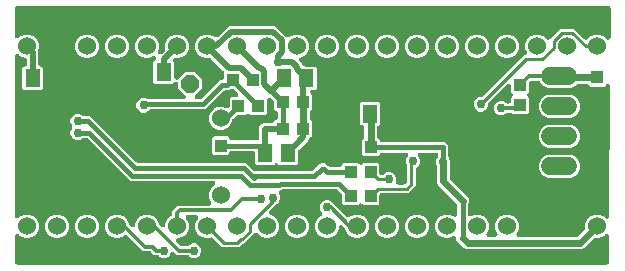
<source format=gbr>
G04 EAGLE Gerber RS-274X export*
G75*
%MOMM*%
%FSLAX34Y34*%
%LPD*%
%INBottom Copper*%
%IPPOS*%
%AMOC8*
5,1,8,0,0,1.08239X$1,22.5*%
G01*
%ADD10R,1.100000X1.000000*%
%ADD11R,1.300000X1.500000*%
%ADD12R,1.000000X1.100000*%
%ADD13C,1.524000*%
%ADD14P,1.649562X8X22.500000*%
%ADD15C,1.524000*%
%ADD16C,0.304800*%
%ADD17C,0.756400*%
%ADD18C,0.406400*%
%ADD19C,0.609600*%
%ADD20C,0.508000*%
%ADD21C,0.254000*%

G36*
X763770Y32641D02*
X763770Y32641D01*
X763780Y32640D01*
X763970Y32661D01*
X764160Y32680D01*
X764170Y32683D01*
X764181Y32684D01*
X764362Y32742D01*
X764545Y32798D01*
X764554Y32803D01*
X764564Y32806D01*
X764730Y32898D01*
X764899Y32990D01*
X764907Y32996D01*
X764916Y33002D01*
X765062Y33125D01*
X765208Y33247D01*
X765215Y33256D01*
X765223Y33263D01*
X765341Y33413D01*
X765460Y33561D01*
X765465Y33571D01*
X765472Y33579D01*
X765558Y33750D01*
X765646Y33918D01*
X765649Y33929D01*
X765653Y33938D01*
X765704Y34122D01*
X765757Y34305D01*
X765758Y34316D01*
X765761Y34326D01*
X765790Y34657D01*
X765943Y56452D01*
X765941Y56468D01*
X765943Y56484D01*
X765923Y56670D01*
X765906Y56853D01*
X765901Y56868D01*
X765899Y56884D01*
X765843Y57062D01*
X765790Y57239D01*
X765783Y57253D01*
X765778Y57268D01*
X765688Y57430D01*
X765601Y57594D01*
X765591Y57606D01*
X765583Y57620D01*
X765463Y57762D01*
X765345Y57905D01*
X765333Y57915D01*
X765322Y57927D01*
X765176Y58043D01*
X765033Y58159D01*
X765019Y58167D01*
X765007Y58177D01*
X764841Y58261D01*
X764677Y58347D01*
X764662Y58352D01*
X764648Y58359D01*
X764468Y58409D01*
X764291Y58462D01*
X764275Y58463D01*
X764260Y58467D01*
X764073Y58481D01*
X763890Y58497D01*
X763874Y58496D01*
X763858Y58497D01*
X763673Y58473D01*
X763490Y58453D01*
X763475Y58448D01*
X763459Y58446D01*
X763283Y58387D01*
X763106Y58331D01*
X763092Y58323D01*
X763077Y58318D01*
X762915Y58225D01*
X762754Y58136D01*
X762742Y58125D01*
X762728Y58117D01*
X762475Y57902D01*
X761262Y56689D01*
X757621Y55181D01*
X754129Y55181D01*
X754103Y55178D01*
X754076Y55180D01*
X753902Y55158D01*
X753728Y55141D01*
X753703Y55133D01*
X753676Y55130D01*
X753511Y55074D01*
X753344Y55023D01*
X753320Y55010D01*
X753295Y55001D01*
X753143Y54914D01*
X752990Y54831D01*
X752969Y54814D01*
X752946Y54801D01*
X752693Y54586D01*
X744384Y46277D01*
X742424Y45465D01*
X645051Y45465D01*
X643091Y46277D01*
X641304Y48064D01*
X637335Y52033D01*
X636523Y53993D01*
X636523Y54586D01*
X636522Y54599D01*
X636523Y54612D01*
X636502Y54799D01*
X636483Y54986D01*
X636479Y54999D01*
X636478Y55013D01*
X636420Y55192D01*
X636365Y55371D01*
X636359Y55383D01*
X636355Y55396D01*
X636263Y55561D01*
X636173Y55725D01*
X636165Y55736D01*
X636158Y55747D01*
X636036Y55890D01*
X635916Y56035D01*
X635905Y56043D01*
X635897Y56053D01*
X635749Y56169D01*
X635602Y56287D01*
X635590Y56293D01*
X635580Y56301D01*
X635411Y56386D01*
X635245Y56472D01*
X635232Y56476D01*
X635220Y56482D01*
X635039Y56532D01*
X634858Y56584D01*
X634844Y56585D01*
X634831Y56588D01*
X634643Y56601D01*
X634456Y56617D01*
X634443Y56615D01*
X634430Y56616D01*
X634242Y56592D01*
X634057Y56570D01*
X634044Y56566D01*
X634031Y56564D01*
X633715Y56462D01*
X630621Y55181D01*
X626679Y55181D01*
X623038Y56689D01*
X620251Y59476D01*
X618743Y63117D01*
X618743Y67058D01*
X620251Y70699D01*
X623038Y73486D01*
X626679Y74994D01*
X630621Y74994D01*
X634347Y73451D01*
X634383Y73421D01*
X634391Y73417D01*
X634398Y73411D01*
X634568Y73323D01*
X634739Y73232D01*
X634747Y73230D01*
X634755Y73226D01*
X634940Y73173D01*
X635124Y73118D01*
X635134Y73117D01*
X635142Y73114D01*
X635333Y73099D01*
X635525Y73081D01*
X635535Y73082D01*
X635544Y73081D01*
X635733Y73104D01*
X635926Y73124D01*
X635934Y73127D01*
X635943Y73128D01*
X636125Y73188D01*
X636310Y73246D01*
X636318Y73250D01*
X636326Y73253D01*
X636494Y73348D01*
X636662Y73441D01*
X636669Y73447D01*
X636677Y73451D01*
X636821Y73576D01*
X636969Y73701D01*
X636975Y73708D01*
X636982Y73714D01*
X637099Y73866D01*
X637219Y74017D01*
X637223Y74025D01*
X637228Y74032D01*
X637314Y74205D01*
X637401Y74376D01*
X637404Y74385D01*
X637408Y74393D01*
X637458Y74579D01*
X637509Y74764D01*
X637510Y74773D01*
X637512Y74782D01*
X637539Y75112D01*
X637539Y82737D01*
X637537Y82764D01*
X637539Y82791D01*
X637517Y82965D01*
X637499Y83138D01*
X637492Y83164D01*
X637488Y83190D01*
X637433Y83356D01*
X637381Y83523D01*
X637368Y83547D01*
X637360Y83572D01*
X637273Y83723D01*
X637189Y83877D01*
X637172Y83897D01*
X637159Y83921D01*
X636944Y84174D01*
X620952Y100166D01*
X620140Y102126D01*
X620140Y115679D01*
X620137Y115710D01*
X620139Y115742D01*
X620117Y115911D01*
X620100Y116080D01*
X620091Y116110D01*
X620087Y116141D01*
X619986Y116457D01*
X619406Y117855D01*
X619406Y120270D01*
X620330Y122500D01*
X620561Y122731D01*
X620578Y122752D01*
X620599Y122769D01*
X620706Y122908D01*
X620816Y123043D01*
X620829Y123066D01*
X620845Y123088D01*
X620923Y123244D01*
X621005Y123398D01*
X621013Y123424D01*
X621025Y123448D01*
X621070Y123617D01*
X621120Y123784D01*
X621122Y123811D01*
X621129Y123837D01*
X621156Y124168D01*
X621156Y125413D01*
X621154Y125430D01*
X621156Y125448D01*
X621135Y125630D01*
X621116Y125813D01*
X621111Y125830D01*
X621109Y125848D01*
X621052Y126022D01*
X620998Y126198D01*
X620990Y126214D01*
X620984Y126231D01*
X620894Y126391D01*
X620806Y126552D01*
X620795Y126566D01*
X620786Y126581D01*
X620666Y126721D01*
X620549Y126861D01*
X620535Y126873D01*
X620523Y126886D01*
X620378Y126999D01*
X620235Y127114D01*
X620219Y127122D01*
X620205Y127133D01*
X620040Y127215D01*
X619878Y127299D01*
X619861Y127304D01*
X619845Y127312D01*
X619667Y127360D01*
X619491Y127411D01*
X619473Y127412D01*
X619456Y127417D01*
X619125Y127444D01*
X606105Y127444D01*
X606096Y127443D01*
X606087Y127444D01*
X605895Y127423D01*
X605704Y127404D01*
X605695Y127401D01*
X605686Y127400D01*
X605503Y127342D01*
X605319Y127286D01*
X605311Y127281D01*
X605303Y127279D01*
X605133Y127185D01*
X604965Y127094D01*
X604958Y127088D01*
X604950Y127084D01*
X604802Y126959D01*
X604656Y126836D01*
X604650Y126829D01*
X604643Y126823D01*
X604523Y126671D01*
X604403Y126522D01*
X604399Y126515D01*
X604394Y126508D01*
X604306Y126335D01*
X604218Y126165D01*
X604215Y126157D01*
X604211Y126149D01*
X604160Y125963D01*
X604106Y125778D01*
X604106Y125769D01*
X604103Y125761D01*
X604089Y125568D01*
X604074Y125377D01*
X604075Y125368D01*
X604074Y125359D01*
X604098Y125168D01*
X604121Y124977D01*
X604123Y124969D01*
X604124Y124960D01*
X604186Y124778D01*
X604245Y124594D01*
X604250Y124587D01*
X604253Y124578D01*
X604349Y124411D01*
X604443Y124244D01*
X604449Y124237D01*
X604454Y124229D01*
X604668Y123976D01*
X605220Y123425D01*
X606144Y121194D01*
X606144Y118780D01*
X605220Y116549D01*
X603513Y114842D01*
X603298Y114753D01*
X603279Y114743D01*
X603257Y114736D01*
X603101Y114648D01*
X602943Y114563D01*
X602926Y114549D01*
X602907Y114538D01*
X602771Y114421D01*
X602633Y114307D01*
X602619Y114289D01*
X602602Y114275D01*
X602492Y114133D01*
X602379Y113994D01*
X602369Y113974D01*
X602355Y113957D01*
X602275Y113796D01*
X602192Y113638D01*
X602186Y113616D01*
X602176Y113596D01*
X602129Y113423D01*
X602079Y113251D01*
X602077Y113229D01*
X602071Y113207D01*
X602044Y112877D01*
X602044Y99464D01*
X595861Y93281D01*
X573443Y93281D01*
X573425Y93279D01*
X573407Y93280D01*
X573225Y93259D01*
X573042Y93241D01*
X573025Y93236D01*
X573008Y93234D01*
X572833Y93177D01*
X572657Y93123D01*
X572642Y93114D01*
X572625Y93109D01*
X572465Y93018D01*
X572303Y92931D01*
X572290Y92920D01*
X572274Y92911D01*
X572135Y92791D01*
X571994Y92673D01*
X571983Y92659D01*
X571969Y92648D01*
X571857Y92503D01*
X571742Y92359D01*
X571734Y92344D01*
X571723Y92330D01*
X571641Y92165D01*
X571556Y92002D01*
X571551Y91985D01*
X571543Y91969D01*
X571496Y91791D01*
X571445Y91615D01*
X571443Y91597D01*
X571439Y91580D01*
X571412Y91250D01*
X571412Y84040D01*
X570072Y82701D01*
X558178Y82701D01*
X557061Y83817D01*
X557048Y83829D01*
X557036Y83842D01*
X556892Y83956D01*
X556750Y84072D01*
X556734Y84081D01*
X556720Y84092D01*
X556556Y84175D01*
X556394Y84261D01*
X556377Y84266D01*
X556361Y84274D01*
X556184Y84323D01*
X556008Y84376D01*
X555990Y84377D01*
X555973Y84382D01*
X555790Y84396D01*
X555607Y84412D01*
X555589Y84410D01*
X555572Y84412D01*
X555390Y84389D01*
X555207Y84369D01*
X555190Y84363D01*
X555172Y84361D01*
X554999Y84303D01*
X554823Y84247D01*
X554807Y84239D01*
X554791Y84233D01*
X554632Y84141D01*
X554471Y84052D01*
X554457Y84041D01*
X554442Y84032D01*
X554189Y83817D01*
X553072Y82701D01*
X541178Y82701D01*
X539838Y84040D01*
X539838Y91325D01*
X539836Y91352D01*
X539838Y91379D01*
X539816Y91552D01*
X539798Y91726D01*
X539791Y91751D01*
X539787Y91778D01*
X539732Y91944D01*
X539680Y92111D01*
X539667Y92134D01*
X539659Y92160D01*
X539572Y92311D01*
X539488Y92465D01*
X539471Y92485D01*
X539458Y92509D01*
X539243Y92762D01*
X536112Y95893D01*
X536092Y95910D01*
X536074Y95930D01*
X535936Y96037D01*
X535801Y96148D01*
X535777Y96160D01*
X535756Y96177D01*
X535599Y96255D01*
X535445Y96336D01*
X535420Y96344D01*
X535396Y96356D01*
X535226Y96401D01*
X535059Y96451D01*
X535033Y96453D01*
X535007Y96460D01*
X534676Y96488D01*
X521617Y96488D01*
X521520Y96517D01*
X521489Y96520D01*
X521459Y96528D01*
X521128Y96555D01*
X490490Y96555D01*
X490463Y96552D01*
X490437Y96554D01*
X490263Y96532D01*
X490089Y96515D01*
X490064Y96507D01*
X490037Y96504D01*
X489871Y96448D01*
X489704Y96397D01*
X489681Y96384D01*
X489655Y96376D01*
X489504Y96288D01*
X489350Y96205D01*
X489330Y96188D01*
X489307Y96175D01*
X489214Y96096D01*
X487666Y95455D01*
X487650Y95447D01*
X487633Y95441D01*
X487473Y95351D01*
X487311Y95265D01*
X487298Y95253D01*
X487282Y95245D01*
X487142Y95125D01*
X487001Y95008D01*
X486990Y94994D01*
X486976Y94983D01*
X486863Y94838D01*
X486747Y94696D01*
X486739Y94680D01*
X486728Y94666D01*
X486645Y94502D01*
X486560Y94339D01*
X486558Y94330D01*
X486557Y94330D01*
X486555Y94322D01*
X486547Y94306D01*
X486499Y94129D01*
X486447Y93953D01*
X486446Y93944D01*
X486446Y93943D01*
X486445Y93934D01*
X486441Y93918D01*
X486428Y93735D01*
X486412Y93552D01*
X486413Y93544D01*
X486413Y93542D01*
X486414Y93531D01*
X486413Y93516D01*
X486437Y93334D01*
X486458Y93152D01*
X486459Y93146D01*
X486460Y93142D01*
X486464Y93131D01*
X486465Y93117D01*
X486567Y92801D01*
X487604Y90298D01*
X487604Y87884D01*
X486680Y85653D01*
X484973Y83946D01*
X484254Y83648D01*
X484227Y83634D01*
X484197Y83624D01*
X484049Y83539D01*
X483899Y83458D01*
X483875Y83438D01*
X483848Y83423D01*
X483595Y83208D01*
X478363Y77975D01*
X478354Y77965D01*
X478344Y77956D01*
X478227Y77810D01*
X478108Y77664D01*
X478101Y77652D01*
X478093Y77642D01*
X478007Y77474D01*
X477919Y77308D01*
X477915Y77295D01*
X477909Y77283D01*
X477858Y77103D01*
X477804Y76922D01*
X477803Y76909D01*
X477799Y76896D01*
X477785Y76710D01*
X477768Y76521D01*
X477769Y76508D01*
X477768Y76495D01*
X477791Y76309D01*
X477811Y76121D01*
X477815Y76108D01*
X477817Y76095D01*
X477876Y75916D01*
X477933Y75737D01*
X477939Y75725D01*
X477943Y75713D01*
X478036Y75550D01*
X478127Y75385D01*
X478136Y75375D01*
X478143Y75363D01*
X478267Y75221D01*
X478388Y75078D01*
X478398Y75070D01*
X478407Y75059D01*
X478557Y74945D01*
X478704Y74828D01*
X478716Y74822D01*
X478726Y74814D01*
X479022Y74662D01*
X481862Y73486D01*
X484649Y70699D01*
X486157Y67058D01*
X486157Y63117D01*
X484649Y59476D01*
X481862Y56689D01*
X478221Y55181D01*
X474279Y55181D01*
X470638Y56689D01*
X468399Y58928D01*
X468385Y58940D01*
X468373Y58953D01*
X468230Y59067D01*
X468087Y59183D01*
X468072Y59192D01*
X468058Y59203D01*
X467893Y59286D01*
X467732Y59372D01*
X467715Y59377D01*
X467699Y59385D01*
X467521Y59435D01*
X467346Y59487D01*
X467328Y59489D01*
X467311Y59493D01*
X467128Y59507D01*
X466945Y59523D01*
X466927Y59521D01*
X466909Y59523D01*
X466727Y59500D01*
X466544Y59480D01*
X466527Y59475D01*
X466510Y59472D01*
X466336Y59414D01*
X466161Y59358D01*
X466145Y59350D01*
X466128Y59344D01*
X465969Y59253D01*
X465808Y59164D01*
X465795Y59152D01*
X465779Y59143D01*
X465526Y58928D01*
X462905Y56307D01*
X462904Y56307D01*
X459631Y53033D01*
X456953Y50355D01*
X456276Y50355D01*
X456250Y50352D01*
X456223Y50354D01*
X456049Y50332D01*
X455876Y50315D01*
X455850Y50307D01*
X455823Y50304D01*
X455658Y50248D01*
X455491Y50197D01*
X455467Y50184D01*
X455442Y50175D01*
X455290Y50088D01*
X455137Y50005D01*
X455116Y49988D01*
X455093Y49975D01*
X454840Y49760D01*
X452323Y47243D01*
X438264Y47243D01*
X430435Y55072D01*
X430418Y55086D01*
X430403Y55103D01*
X430263Y55214D01*
X430124Y55327D01*
X430104Y55338D01*
X430086Y55352D01*
X429926Y55432D01*
X429768Y55516D01*
X429747Y55522D01*
X429727Y55532D01*
X429554Y55580D01*
X429382Y55631D01*
X429360Y55633D01*
X429338Y55639D01*
X429160Y55651D01*
X428981Y55667D01*
X428959Y55665D01*
X428937Y55666D01*
X428760Y55643D01*
X428581Y55624D01*
X428560Y55617D01*
X428537Y55614D01*
X428222Y55513D01*
X427421Y55181D01*
X423479Y55181D01*
X419838Y56689D01*
X417051Y59476D01*
X415543Y63117D01*
X415543Y67058D01*
X417051Y70699D01*
X417566Y71213D01*
X417571Y71220D01*
X417578Y71226D01*
X417698Y71375D01*
X417821Y71525D01*
X417825Y71533D01*
X417830Y71540D01*
X417918Y71709D01*
X418009Y71880D01*
X418012Y71889D01*
X418016Y71897D01*
X418069Y72081D01*
X418124Y72266D01*
X418125Y72275D01*
X418127Y72284D01*
X418143Y72475D01*
X418160Y72667D01*
X418159Y72676D01*
X418160Y72685D01*
X418138Y72875D01*
X418117Y73068D01*
X418114Y73076D01*
X418113Y73085D01*
X418054Y73268D01*
X417996Y73451D01*
X417991Y73459D01*
X417988Y73468D01*
X417893Y73636D01*
X417801Y73804D01*
X417795Y73811D01*
X417791Y73818D01*
X417665Y73964D01*
X417540Y74111D01*
X417533Y74116D01*
X417527Y74123D01*
X417375Y74241D01*
X417224Y74360D01*
X417216Y74364D01*
X417209Y74370D01*
X417036Y74456D01*
X416865Y74543D01*
X416857Y74545D01*
X416849Y74549D01*
X416660Y74600D01*
X416478Y74651D01*
X416469Y74651D01*
X416460Y74654D01*
X416129Y74681D01*
X409371Y74681D01*
X409362Y74680D01*
X409353Y74681D01*
X409161Y74660D01*
X408970Y74641D01*
X408962Y74638D01*
X408953Y74637D01*
X408769Y74579D01*
X408585Y74523D01*
X408577Y74519D01*
X408569Y74516D01*
X408400Y74422D01*
X408231Y74331D01*
X408224Y74325D01*
X408217Y74321D01*
X408069Y74196D01*
X407922Y74073D01*
X407916Y74066D01*
X407910Y74061D01*
X407789Y73909D01*
X407670Y73760D01*
X407666Y73752D01*
X407660Y73745D01*
X407572Y73572D01*
X407484Y73402D01*
X407482Y73394D01*
X407478Y73386D01*
X407426Y73200D01*
X407373Y73015D01*
X407372Y73006D01*
X407370Y72998D01*
X407355Y72805D01*
X407340Y72614D01*
X407341Y72605D01*
X407340Y72596D01*
X407364Y72405D01*
X407387Y72214D01*
X407390Y72206D01*
X407391Y72197D01*
X407452Y72015D01*
X407512Y71831D01*
X407516Y71824D01*
X407519Y71815D01*
X407615Y71648D01*
X407709Y71481D01*
X407715Y71474D01*
X407720Y71466D01*
X407934Y71213D01*
X408449Y70699D01*
X409957Y67058D01*
X409957Y63117D01*
X408449Y59476D01*
X405662Y56689D01*
X402021Y55181D01*
X401200Y55181D01*
X401191Y55180D01*
X401182Y55181D01*
X400990Y55160D01*
X400799Y55141D01*
X400791Y55138D01*
X400782Y55137D01*
X400599Y55080D01*
X400414Y55023D01*
X400406Y55018D01*
X400398Y55016D01*
X400229Y54923D01*
X400060Y54831D01*
X400053Y54825D01*
X400046Y54821D01*
X399899Y54696D01*
X399751Y54573D01*
X399745Y54566D01*
X399739Y54560D01*
X399620Y54410D01*
X399499Y54259D01*
X399494Y54252D01*
X399489Y54245D01*
X399401Y54072D01*
X399313Y53902D01*
X399311Y53894D01*
X399307Y53886D01*
X399255Y53699D01*
X399202Y53515D01*
X399201Y53506D01*
X399199Y53498D01*
X399184Y53303D01*
X399169Y53114D01*
X399170Y53105D01*
X399169Y53096D01*
X399194Y52904D01*
X399216Y52714D01*
X399218Y52706D01*
X399220Y52697D01*
X399281Y52514D01*
X399341Y52331D01*
X399345Y52323D01*
X399348Y52315D01*
X399443Y52150D01*
X399538Y51981D01*
X399544Y51974D01*
X399549Y51966D01*
X399763Y51713D01*
X402621Y48856D01*
X402642Y48839D01*
X402659Y48818D01*
X402797Y48712D01*
X402933Y48601D01*
X402956Y48588D01*
X402977Y48572D01*
X403134Y48494D01*
X403288Y48412D01*
X403314Y48404D01*
X403338Y48392D01*
X403507Y48347D01*
X403674Y48297D01*
X403701Y48295D01*
X403727Y48288D01*
X404057Y48261D01*
X408724Y48261D01*
X408751Y48263D01*
X408778Y48261D01*
X408952Y48283D01*
X409125Y48301D01*
X409151Y48308D01*
X409177Y48312D01*
X409343Y48367D01*
X409510Y48419D01*
X409534Y48432D01*
X409559Y48440D01*
X409710Y48527D01*
X409864Y48611D01*
X409884Y48628D01*
X409908Y48641D01*
X410161Y48856D01*
X410900Y49595D01*
X413130Y50519D01*
X415545Y50519D01*
X417775Y49595D01*
X419482Y47888D01*
X420406Y45657D01*
X420406Y43243D01*
X419482Y41012D01*
X417775Y39305D01*
X415545Y38381D01*
X413130Y38381D01*
X410900Y39305D01*
X410161Y40044D01*
X410140Y40061D01*
X410123Y40082D01*
X409985Y40189D01*
X409849Y40299D01*
X409826Y40312D01*
X409804Y40328D01*
X409647Y40406D01*
X409493Y40488D01*
X409468Y40496D01*
X409444Y40508D01*
X409274Y40553D01*
X409108Y40603D01*
X409081Y40605D01*
X409055Y40612D01*
X408724Y40639D01*
X400059Y40639D01*
X397873Y42825D01*
X397863Y42834D01*
X397854Y42844D01*
X397707Y42961D01*
X397562Y43080D01*
X397550Y43086D01*
X397539Y43095D01*
X397372Y43181D01*
X397206Y43269D01*
X397193Y43273D01*
X397181Y43279D01*
X397001Y43330D01*
X396820Y43384D01*
X396807Y43385D01*
X396794Y43388D01*
X396608Y43403D01*
X396419Y43420D01*
X396406Y43419D01*
X396392Y43420D01*
X396208Y43397D01*
X396019Y43377D01*
X396006Y43373D01*
X395993Y43371D01*
X395816Y43312D01*
X395635Y43255D01*
X395623Y43249D01*
X395611Y43244D01*
X395447Y43151D01*
X395283Y43060D01*
X395273Y43052D01*
X395261Y43045D01*
X395118Y42921D01*
X394976Y42800D01*
X394967Y42789D01*
X394957Y42780D01*
X394843Y42632D01*
X394726Y42484D01*
X394720Y42472D01*
X394712Y42461D01*
X394560Y42166D01*
X394082Y41012D01*
X392375Y39305D01*
X390145Y38381D01*
X387730Y38381D01*
X385500Y39305D01*
X384761Y40044D01*
X384740Y40061D01*
X384723Y40082D01*
X384585Y40189D01*
X384449Y40299D01*
X384426Y40312D01*
X384404Y40328D01*
X384247Y40406D01*
X384093Y40488D01*
X384068Y40496D01*
X384044Y40508D01*
X383874Y40553D01*
X383708Y40603D01*
X383681Y40605D01*
X383655Y40612D01*
X383324Y40639D01*
X381009Y40639D01*
X378429Y43219D01*
X378408Y43236D01*
X378391Y43257D01*
X378253Y43364D01*
X378117Y43474D01*
X378094Y43487D01*
X378073Y43503D01*
X377916Y43581D01*
X377762Y43663D01*
X377736Y43671D01*
X377712Y43683D01*
X377543Y43728D01*
X377376Y43778D01*
X377349Y43780D01*
X377323Y43787D01*
X376993Y43814D01*
X371484Y43814D01*
X358172Y57126D01*
X358158Y57138D01*
X358146Y57151D01*
X358002Y57265D01*
X357860Y57382D01*
X357845Y57390D01*
X357831Y57401D01*
X357666Y57485D01*
X357505Y57570D01*
X357488Y57575D01*
X357472Y57583D01*
X357295Y57633D01*
X357119Y57685D01*
X357101Y57687D01*
X357084Y57691D01*
X356901Y57705D01*
X356718Y57721D01*
X356700Y57719D01*
X356682Y57721D01*
X356501Y57698D01*
X356317Y57678D01*
X356300Y57673D01*
X356283Y57670D01*
X356109Y57612D01*
X355934Y57556D01*
X355918Y57548D01*
X355901Y57542D01*
X355741Y57450D01*
X355581Y57362D01*
X355568Y57350D01*
X355552Y57341D01*
X355299Y57126D01*
X354862Y56689D01*
X351221Y55181D01*
X347279Y55181D01*
X343638Y56689D01*
X340851Y59476D01*
X339343Y63117D01*
X339343Y67058D01*
X340851Y70699D01*
X343638Y73486D01*
X347279Y74994D01*
X351221Y74994D01*
X354862Y73486D01*
X357649Y70699D01*
X359100Y67196D01*
X359115Y67168D01*
X359124Y67138D01*
X359210Y66990D01*
X359290Y66841D01*
X359310Y66817D01*
X359325Y66790D01*
X359540Y66537D01*
X360006Y66071D01*
X361276Y64801D01*
X361283Y64795D01*
X361288Y64788D01*
X361438Y64668D01*
X361587Y64546D01*
X361595Y64542D01*
X361602Y64536D01*
X361772Y64448D01*
X361943Y64357D01*
X361952Y64355D01*
X361959Y64351D01*
X362144Y64298D01*
X362329Y64242D01*
X362338Y64242D01*
X362346Y64239D01*
X362537Y64224D01*
X362730Y64206D01*
X362739Y64207D01*
X362748Y64206D01*
X362937Y64229D01*
X363130Y64249D01*
X363139Y64252D01*
X363147Y64253D01*
X363329Y64313D01*
X363514Y64371D01*
X363522Y64375D01*
X363530Y64378D01*
X363697Y64472D01*
X363866Y64566D01*
X363873Y64572D01*
X363881Y64576D01*
X364026Y64701D01*
X364173Y64826D01*
X364179Y64833D01*
X364186Y64839D01*
X364302Y64990D01*
X364423Y65142D01*
X364427Y65150D01*
X364432Y65157D01*
X364517Y65328D01*
X364605Y65501D01*
X364608Y65510D01*
X364612Y65518D01*
X364661Y65703D01*
X364713Y65889D01*
X364714Y65898D01*
X364716Y65907D01*
X364743Y66237D01*
X364743Y67058D01*
X366251Y70699D01*
X369038Y73486D01*
X372679Y74994D01*
X376621Y74994D01*
X380262Y73486D01*
X383049Y70699D01*
X384500Y67196D01*
X384515Y67168D01*
X384525Y67138D01*
X384609Y66991D01*
X384690Y66841D01*
X384710Y66816D01*
X384725Y66790D01*
X384940Y66537D01*
X385405Y66071D01*
X385406Y66071D01*
X386676Y64801D01*
X386683Y64795D01*
X386688Y64788D01*
X386838Y64668D01*
X386987Y64546D01*
X386995Y64542D01*
X387002Y64536D01*
X387173Y64447D01*
X387343Y64357D01*
X387351Y64355D01*
X387359Y64351D01*
X387545Y64297D01*
X387729Y64242D01*
X387738Y64242D01*
X387746Y64239D01*
X387938Y64224D01*
X388130Y64206D01*
X388139Y64207D01*
X388148Y64206D01*
X388337Y64229D01*
X388530Y64249D01*
X388539Y64252D01*
X388547Y64253D01*
X388729Y64313D01*
X388914Y64371D01*
X388922Y64375D01*
X388930Y64378D01*
X389099Y64473D01*
X389266Y64566D01*
X389273Y64572D01*
X389281Y64576D01*
X389427Y64702D01*
X389573Y64826D01*
X389579Y64833D01*
X389586Y64839D01*
X389703Y64991D01*
X389823Y65142D01*
X389827Y65150D01*
X389832Y65157D01*
X389918Y65329D01*
X390005Y65501D01*
X390008Y65510D01*
X390012Y65518D01*
X390062Y65704D01*
X390113Y65889D01*
X390114Y65898D01*
X390116Y65907D01*
X390143Y66237D01*
X390143Y67058D01*
X391651Y70699D01*
X394438Y73486D01*
X394985Y73713D01*
X395005Y73723D01*
X395026Y73730D01*
X395183Y73819D01*
X395340Y73903D01*
X395357Y73917D01*
X395377Y73928D01*
X395513Y74045D01*
X395651Y74159D01*
X395665Y74177D01*
X395682Y74191D01*
X395791Y74332D01*
X395904Y74472D01*
X395915Y74492D01*
X395928Y74509D01*
X396008Y74669D01*
X396091Y74828D01*
X396098Y74850D01*
X396108Y74870D01*
X396154Y75043D01*
X396204Y75215D01*
X396206Y75237D01*
X396212Y75259D01*
X396239Y75589D01*
X396239Y77778D01*
X400763Y82302D01*
X427040Y82302D01*
X427049Y82303D01*
X427058Y82302D01*
X427249Y82323D01*
X427441Y82342D01*
X427449Y82345D01*
X427458Y82346D01*
X427643Y82404D01*
X427826Y82460D01*
X427834Y82465D01*
X427842Y82467D01*
X428012Y82561D01*
X428180Y82652D01*
X428187Y82658D01*
X428194Y82662D01*
X428341Y82787D01*
X428489Y82910D01*
X428495Y82917D01*
X428501Y82923D01*
X428620Y83073D01*
X428741Y83224D01*
X428745Y83232D01*
X428751Y83239D01*
X428839Y83411D01*
X428927Y83581D01*
X428929Y83589D01*
X428933Y83598D01*
X428985Y83784D01*
X429038Y83968D01*
X429039Y83977D01*
X429041Y83985D01*
X429055Y84174D01*
X429071Y84369D01*
X429070Y84378D01*
X429071Y84387D01*
X429047Y84578D01*
X429024Y84769D01*
X429021Y84777D01*
X429020Y84786D01*
X428959Y84969D01*
X428899Y85152D01*
X428895Y85160D01*
X428892Y85168D01*
X428796Y85334D01*
X428701Y85502D01*
X428696Y85509D01*
X428691Y85517D01*
X428555Y85677D01*
X427037Y89342D01*
X427037Y93284D01*
X428545Y96925D01*
X431332Y99712D01*
X431360Y99723D01*
X431364Y99725D01*
X431369Y99727D01*
X431542Y99821D01*
X431715Y99914D01*
X431719Y99916D01*
X431723Y99919D01*
X431872Y100043D01*
X432026Y100170D01*
X432028Y100173D01*
X432032Y100176D01*
X432151Y100324D01*
X432279Y100483D01*
X432281Y100487D01*
X432284Y100490D01*
X432373Y100662D01*
X432466Y100839D01*
X432468Y100844D01*
X432470Y100847D01*
X432524Y101036D01*
X432580Y101225D01*
X432580Y101230D01*
X432581Y101234D01*
X432598Y101434D01*
X432614Y101627D01*
X432614Y101631D01*
X432614Y101636D01*
X432591Y101831D01*
X432569Y102027D01*
X432568Y102031D01*
X432567Y102035D01*
X432507Y102219D01*
X432446Y102410D01*
X432444Y102414D01*
X432442Y102418D01*
X432347Y102588D01*
X432250Y102761D01*
X432247Y102765D01*
X432244Y102769D01*
X432118Y102915D01*
X431988Y103067D01*
X431984Y103070D01*
X431981Y103074D01*
X431825Y103195D01*
X431671Y103316D01*
X431667Y103318D01*
X431663Y103320D01*
X431484Y103409D01*
X431311Y103496D01*
X431307Y103498D01*
X431303Y103500D01*
X431108Y103552D01*
X430923Y103603D01*
X430918Y103603D01*
X430914Y103604D01*
X430583Y103631D01*
X361091Y103631D01*
X359504Y104289D01*
X324331Y139461D01*
X324310Y139478D01*
X324293Y139499D01*
X324155Y139606D01*
X324020Y139716D01*
X323996Y139729D01*
X323975Y139745D01*
X323818Y139823D01*
X323664Y139905D01*
X323638Y139913D01*
X323614Y139925D01*
X323445Y139970D01*
X323278Y140020D01*
X323251Y140022D01*
X323225Y140029D01*
X322895Y140056D01*
X321018Y140056D01*
X320991Y140054D01*
X320964Y140056D01*
X320790Y140034D01*
X320617Y140016D01*
X320591Y140009D01*
X320565Y140005D01*
X320399Y139950D01*
X320232Y139898D01*
X320208Y139885D01*
X320183Y139877D01*
X320032Y139790D01*
X319878Y139706D01*
X319858Y139689D01*
X319834Y139676D01*
X319581Y139461D01*
X319350Y139230D01*
X317120Y138306D01*
X314705Y138306D01*
X312475Y139230D01*
X310768Y140937D01*
X309844Y143168D01*
X309844Y145582D01*
X310768Y147813D01*
X310819Y147864D01*
X310830Y147878D01*
X310844Y147889D01*
X310958Y148033D01*
X311074Y148175D01*
X311082Y148191D01*
X311093Y148205D01*
X311177Y148370D01*
X311262Y148531D01*
X311267Y148548D01*
X311276Y148564D01*
X311325Y148741D01*
X311377Y148917D01*
X311379Y148935D01*
X311384Y148952D01*
X311397Y149135D01*
X311414Y149318D01*
X311412Y149336D01*
X311413Y149353D01*
X311390Y149535D01*
X311370Y149718D01*
X311365Y149735D01*
X311363Y149753D01*
X311304Y149926D01*
X311249Y150102D01*
X311240Y150118D01*
X311234Y150135D01*
X311143Y150294D01*
X311054Y150454D01*
X311042Y150468D01*
X311033Y150483D01*
X310819Y150736D01*
X310768Y150787D01*
X309844Y153018D01*
X309844Y155432D01*
X310768Y157663D01*
X312475Y159370D01*
X314705Y160294D01*
X317120Y160294D01*
X319350Y159370D01*
X319581Y159139D01*
X319602Y159122D01*
X319619Y159101D01*
X319757Y158994D01*
X319893Y158884D01*
X319916Y158871D01*
X319938Y158855D01*
X320095Y158777D01*
X320249Y158695D01*
X320274Y158687D01*
X320298Y158675D01*
X320468Y158630D01*
X320634Y158580D01*
X320661Y158578D01*
X320687Y158571D01*
X321018Y158544D01*
X325514Y158544D01*
X327102Y157886D01*
X365774Y119214D01*
X365795Y119197D01*
X365813Y119176D01*
X365950Y119069D01*
X366086Y118959D01*
X366109Y118946D01*
X366131Y118930D01*
X366288Y118852D01*
X366442Y118770D01*
X366467Y118762D01*
X366491Y118750D01*
X366661Y118705D01*
X366827Y118655D01*
X366854Y118653D01*
X366880Y118646D01*
X367211Y118619D01*
X457514Y118619D01*
X459102Y117961D01*
X460602Y116461D01*
X464926Y112137D01*
X464946Y112120D01*
X464964Y112100D01*
X465102Y111993D01*
X465237Y111882D01*
X465261Y111870D01*
X465282Y111853D01*
X465439Y111775D01*
X465593Y111694D01*
X465618Y111686D01*
X465643Y111674D01*
X465812Y111628D01*
X465979Y111579D01*
X466005Y111576D01*
X466031Y111569D01*
X466362Y111542D01*
X513718Y111542D01*
X513745Y111545D01*
X513772Y111543D01*
X513946Y111565D01*
X514119Y111582D01*
X514145Y111590D01*
X514171Y111593D01*
X514337Y111649D01*
X514504Y111700D01*
X514528Y111713D01*
X514553Y111722D01*
X514704Y111809D01*
X514858Y111892D01*
X514878Y111909D01*
X514902Y111923D01*
X515155Y112137D01*
X520577Y117559D01*
X521907Y118110D01*
X522164Y118217D01*
X525016Y118217D01*
X526603Y117559D01*
X528124Y116039D01*
X528145Y116022D01*
X528162Y116001D01*
X528300Y115894D01*
X528436Y115784D01*
X528459Y115771D01*
X528480Y115755D01*
X528637Y115677D01*
X528791Y115595D01*
X528817Y115587D01*
X528841Y115575D01*
X529010Y115530D01*
X529177Y115480D01*
X529204Y115478D01*
X529230Y115471D01*
X529560Y115444D01*
X537807Y115444D01*
X537825Y115446D01*
X537843Y115444D01*
X538025Y115465D01*
X538208Y115484D01*
X538225Y115489D01*
X538242Y115491D01*
X538417Y115548D01*
X538593Y115602D01*
X538608Y115610D01*
X538625Y115616D01*
X538785Y115706D01*
X538947Y115794D01*
X538960Y115805D01*
X538976Y115814D01*
X539115Y115934D01*
X539256Y116051D01*
X539267Y116065D01*
X539281Y116077D01*
X539393Y116222D01*
X539508Y116365D01*
X539516Y116381D01*
X539527Y116395D01*
X539609Y116560D01*
X539694Y116722D01*
X539699Y116739D01*
X539707Y116755D01*
X539754Y116934D01*
X539805Y117109D01*
X539807Y117127D01*
X539811Y117144D01*
X539838Y117475D01*
X539838Y117572D01*
X541178Y118912D01*
X553072Y118912D01*
X554189Y117795D01*
X554203Y117784D01*
X554214Y117770D01*
X554358Y117656D01*
X554500Y117540D01*
X554516Y117532D01*
X554530Y117521D01*
X554694Y117437D01*
X554856Y117352D01*
X554873Y117346D01*
X554889Y117338D01*
X555066Y117289D01*
X555242Y117237D01*
X555260Y117235D01*
X555277Y117230D01*
X555460Y117217D01*
X555643Y117200D01*
X555661Y117202D01*
X555678Y117201D01*
X555860Y117224D01*
X556043Y117244D01*
X556060Y117249D01*
X556078Y117251D01*
X556252Y117310D01*
X556427Y117365D01*
X556443Y117374D01*
X556459Y117380D01*
X556618Y117471D01*
X556779Y117560D01*
X556793Y117572D01*
X556808Y117581D01*
X557061Y117795D01*
X558178Y118912D01*
X570072Y118912D01*
X571412Y117572D01*
X571412Y110363D01*
X571414Y110345D01*
X571412Y110327D01*
X571433Y110145D01*
X571452Y109962D01*
X571457Y109945D01*
X571459Y109928D01*
X571516Y109753D01*
X571570Y109577D01*
X571578Y109562D01*
X571584Y109545D01*
X571674Y109385D01*
X571762Y109223D01*
X571773Y109210D01*
X571782Y109194D01*
X571902Y109055D01*
X572019Y108914D01*
X572033Y108903D01*
X572045Y108889D01*
X572190Y108777D01*
X572333Y108662D01*
X572349Y108654D01*
X572363Y108643D01*
X572528Y108561D01*
X572690Y108476D01*
X572707Y108471D01*
X572723Y108463D01*
X572902Y108416D01*
X573077Y108365D01*
X573095Y108363D01*
X573112Y108359D01*
X573443Y108332D01*
X573570Y108332D01*
X573597Y108334D01*
X573624Y108332D01*
X573798Y108354D01*
X573971Y108372D01*
X573997Y108379D01*
X574023Y108383D01*
X574189Y108438D01*
X574356Y108490D01*
X574380Y108503D01*
X574405Y108511D01*
X574556Y108598D01*
X574710Y108682D01*
X574730Y108699D01*
X574754Y108712D01*
X575007Y108927D01*
X576000Y109920D01*
X578230Y110844D01*
X580645Y110844D01*
X582875Y109920D01*
X584582Y108213D01*
X585506Y105982D01*
X585506Y103568D01*
X585355Y103203D01*
X585351Y103190D01*
X585345Y103178D01*
X585293Y102997D01*
X585239Y102817D01*
X585237Y102804D01*
X585234Y102791D01*
X585218Y102603D01*
X585200Y102417D01*
X585202Y102403D01*
X585201Y102390D01*
X585223Y102203D01*
X585242Y102016D01*
X585246Y102003D01*
X585248Y101990D01*
X585306Y101811D01*
X585362Y101632D01*
X585368Y101620D01*
X585372Y101607D01*
X585465Y101443D01*
X585555Y101279D01*
X585564Y101268D01*
X585570Y101257D01*
X585694Y101114D01*
X585814Y100970D01*
X585825Y100962D01*
X585834Y100952D01*
X585982Y100837D01*
X586129Y100720D01*
X586141Y100713D01*
X586152Y100705D01*
X586320Y100622D01*
X586487Y100536D01*
X586500Y100532D01*
X586512Y100526D01*
X586694Y100477D01*
X586875Y100426D01*
X586888Y100425D01*
X586901Y100421D01*
X587232Y100394D01*
X592073Y100394D01*
X592100Y100397D01*
X592127Y100395D01*
X592301Y100417D01*
X592474Y100434D01*
X592499Y100442D01*
X592526Y100445D01*
X592692Y100501D01*
X592859Y100552D01*
X592882Y100565D01*
X592908Y100574D01*
X593059Y100661D01*
X593213Y100744D01*
X593233Y100761D01*
X593257Y100774D01*
X593510Y100989D01*
X594336Y101815D01*
X594353Y101836D01*
X594373Y101854D01*
X594480Y101991D01*
X594591Y102127D01*
X594603Y102150D01*
X594620Y102172D01*
X594698Y102329D01*
X594780Y102483D01*
X594787Y102508D01*
X594799Y102532D01*
X594845Y102702D01*
X594894Y102868D01*
X594897Y102895D01*
X594904Y102921D01*
X594931Y103252D01*
X594931Y116144D01*
X594928Y116175D01*
X594930Y116206D01*
X594908Y116376D01*
X594891Y116545D01*
X594882Y116574D01*
X594878Y116605D01*
X594776Y116921D01*
X594006Y118780D01*
X594006Y121194D01*
X594930Y123425D01*
X595482Y123976D01*
X595487Y123983D01*
X595494Y123989D01*
X595614Y124138D01*
X595737Y124288D01*
X595741Y124296D01*
X595747Y124303D01*
X595834Y124472D01*
X595925Y124643D01*
X595928Y124652D01*
X595932Y124660D01*
X595985Y124844D01*
X596040Y125029D01*
X596041Y125038D01*
X596044Y125047D01*
X596059Y125238D01*
X596077Y125430D01*
X596076Y125439D01*
X596076Y125448D01*
X596054Y125637D01*
X596033Y125831D01*
X596031Y125839D01*
X596029Y125848D01*
X595970Y126031D01*
X595912Y126214D01*
X595907Y126222D01*
X595905Y126231D01*
X595810Y126399D01*
X595717Y126567D01*
X595711Y126574D01*
X595707Y126581D01*
X595580Y126728D01*
X595456Y126874D01*
X595449Y126879D01*
X595444Y126886D01*
X595291Y127004D01*
X595141Y127123D01*
X595133Y127127D01*
X595125Y127133D01*
X594952Y127219D01*
X594782Y127306D01*
X594773Y127308D01*
X594765Y127312D01*
X594577Y127363D01*
X594394Y127414D01*
X594385Y127414D01*
X594376Y127417D01*
X594045Y127444D01*
X573943Y127444D01*
X573925Y127442D01*
X573907Y127443D01*
X573725Y127422D01*
X573542Y127404D01*
X573525Y127399D01*
X573508Y127397D01*
X573333Y127340D01*
X573157Y127286D01*
X573142Y127277D01*
X573125Y127272D01*
X572965Y127181D01*
X572803Y127094D01*
X572790Y127083D01*
X572774Y127074D01*
X572635Y126954D01*
X572494Y126836D01*
X572483Y126822D01*
X572469Y126811D01*
X572357Y126665D01*
X572242Y126522D01*
X572234Y126507D01*
X572223Y126493D01*
X572141Y126328D01*
X572056Y126165D01*
X572051Y126148D01*
X572043Y126132D01*
X571996Y125954D01*
X571973Y125877D01*
X570572Y124476D01*
X557678Y124476D01*
X556338Y125815D01*
X556338Y137710D01*
X558195Y139567D01*
X558212Y139587D01*
X558233Y139605D01*
X558340Y139743D01*
X558450Y139878D01*
X558463Y139902D01*
X558479Y139923D01*
X558557Y140080D01*
X558639Y140234D01*
X558647Y140260D01*
X558659Y140284D01*
X558704Y140453D01*
X558754Y140620D01*
X558756Y140646D01*
X558763Y140672D01*
X558790Y141003D01*
X558790Y148520D01*
X558788Y148537D01*
X558790Y148555D01*
X558769Y148737D01*
X558750Y148920D01*
X558745Y148937D01*
X558743Y148955D01*
X558686Y149129D01*
X558632Y149305D01*
X558624Y149321D01*
X558618Y149338D01*
X558528Y149498D01*
X558440Y149659D01*
X558429Y149673D01*
X558420Y149688D01*
X558300Y149828D01*
X558183Y149968D01*
X558169Y149980D01*
X558157Y149993D01*
X558012Y150106D01*
X557869Y150221D01*
X557853Y150229D01*
X557839Y150240D01*
X557674Y150322D01*
X557512Y150406D01*
X557495Y150411D01*
X557479Y150419D01*
X557300Y150467D01*
X557125Y150518D01*
X557107Y150519D01*
X557090Y150524D01*
X556759Y150551D01*
X556090Y150551D01*
X554751Y151890D01*
X554751Y168785D01*
X556090Y170124D01*
X570985Y170124D01*
X572324Y168785D01*
X572324Y151890D01*
X570880Y150446D01*
X570705Y150393D01*
X570690Y150384D01*
X570673Y150379D01*
X570513Y150288D01*
X570351Y150201D01*
X570338Y150190D01*
X570322Y150181D01*
X570183Y150061D01*
X570042Y149943D01*
X570031Y149929D01*
X570017Y149918D01*
X569905Y149773D01*
X569790Y149629D01*
X569782Y149614D01*
X569771Y149600D01*
X569689Y149435D01*
X569604Y149272D01*
X569599Y149255D01*
X569591Y149239D01*
X569544Y149061D01*
X569493Y148885D01*
X569491Y148867D01*
X569487Y148850D01*
X569460Y148520D01*
X569460Y141003D01*
X569462Y140976D01*
X569460Y140950D01*
X569482Y140776D01*
X569500Y140602D01*
X569507Y140577D01*
X569511Y140550D01*
X569567Y140384D01*
X569618Y140218D01*
X569631Y140194D01*
X569639Y140169D01*
X569726Y140017D01*
X569810Y139863D01*
X569827Y139843D01*
X569840Y139820D01*
X570055Y139567D01*
X571966Y137655D01*
X572016Y137501D01*
X572070Y137327D01*
X572078Y137311D01*
X572084Y137294D01*
X572174Y137134D01*
X572262Y136973D01*
X572273Y136959D01*
X572282Y136944D01*
X572402Y136804D01*
X572519Y136664D01*
X572533Y136652D01*
X572545Y136639D01*
X572690Y136526D01*
X572833Y136411D01*
X572849Y136403D01*
X572863Y136392D01*
X573028Y136310D01*
X573190Y136226D01*
X573207Y136221D01*
X573223Y136213D01*
X573402Y136165D01*
X573577Y136114D01*
X573595Y136113D01*
X573612Y136108D01*
X573943Y136081D01*
X626334Y136081D01*
X627921Y135424D01*
X629136Y134209D01*
X629794Y132622D01*
X629794Y124168D01*
X629796Y124141D01*
X629794Y124114D01*
X629816Y123941D01*
X629834Y123767D01*
X629842Y123741D01*
X629845Y123715D01*
X629900Y123549D01*
X629952Y123382D01*
X629965Y123359D01*
X629973Y123333D01*
X630060Y123181D01*
X630144Y123028D01*
X630161Y123008D01*
X630174Y122984D01*
X630389Y122731D01*
X630620Y122500D01*
X631544Y120270D01*
X631544Y117855D01*
X630964Y116457D01*
X630955Y116427D01*
X630941Y116399D01*
X630897Y116234D01*
X630848Y116071D01*
X630845Y116040D01*
X630837Y116010D01*
X630810Y115679D01*
X630810Y106239D01*
X630812Y106212D01*
X630810Y106185D01*
X630832Y106011D01*
X630850Y105838D01*
X630857Y105812D01*
X630861Y105786D01*
X630916Y105620D01*
X630968Y105453D01*
X630981Y105429D01*
X630989Y105404D01*
X631076Y105253D01*
X631160Y105099D01*
X631177Y105079D01*
X631190Y105055D01*
X631405Y104802D01*
X646381Y89826D01*
X647193Y87866D01*
X647193Y85743D01*
X646331Y83664D01*
X646322Y83634D01*
X646308Y83606D01*
X646264Y83441D01*
X646215Y83278D01*
X646212Y83247D01*
X646204Y83217D01*
X646177Y82886D01*
X646177Y75589D01*
X646178Y75576D01*
X646177Y75563D01*
X646198Y75376D01*
X646217Y75189D01*
X646221Y75176D01*
X646222Y75162D01*
X646280Y74983D01*
X646335Y74804D01*
X646341Y74792D01*
X646345Y74779D01*
X646437Y74614D01*
X646527Y74450D01*
X646535Y74439D01*
X646542Y74428D01*
X646664Y74285D01*
X646784Y74140D01*
X646795Y74132D01*
X646803Y74122D01*
X646951Y74006D01*
X647098Y73888D01*
X647110Y73882D01*
X647120Y73874D01*
X647289Y73789D01*
X647455Y73703D01*
X647468Y73699D01*
X647480Y73693D01*
X647661Y73643D01*
X647842Y73591D01*
X647856Y73590D01*
X647869Y73587D01*
X648057Y73574D01*
X648244Y73558D01*
X648257Y73560D01*
X648270Y73559D01*
X648458Y73583D01*
X648643Y73605D01*
X648656Y73609D01*
X648669Y73611D01*
X648985Y73713D01*
X652079Y74994D01*
X656021Y74994D01*
X659662Y73486D01*
X662449Y70699D01*
X663957Y67058D01*
X663957Y63117D01*
X662425Y59419D01*
X662320Y59291D01*
X662316Y59283D01*
X662310Y59276D01*
X662222Y59106D01*
X662131Y58935D01*
X662129Y58927D01*
X662125Y58919D01*
X662072Y58734D01*
X662017Y58549D01*
X662016Y58540D01*
X662013Y58532D01*
X661998Y58341D01*
X661980Y58148D01*
X661981Y58139D01*
X661980Y58130D01*
X662003Y57941D01*
X662024Y57748D01*
X662026Y57739D01*
X662027Y57731D01*
X662087Y57548D01*
X662145Y57364D01*
X662149Y57356D01*
X662152Y57348D01*
X662247Y57180D01*
X662340Y57012D01*
X662346Y57005D01*
X662350Y56997D01*
X662476Y56852D01*
X662600Y56705D01*
X662607Y56699D01*
X662613Y56692D01*
X662764Y56575D01*
X662916Y56455D01*
X662924Y56451D01*
X662931Y56446D01*
X663102Y56361D01*
X663275Y56273D01*
X663284Y56270D01*
X663292Y56266D01*
X663477Y56217D01*
X663663Y56165D01*
X663672Y56164D01*
X663681Y56162D01*
X664011Y56135D01*
X669489Y56135D01*
X669498Y56136D01*
X669507Y56135D01*
X669697Y56155D01*
X669889Y56175D01*
X669898Y56177D01*
X669907Y56178D01*
X670090Y56236D01*
X670274Y56293D01*
X670282Y56297D01*
X670291Y56300D01*
X670460Y56393D01*
X670628Y56485D01*
X670635Y56490D01*
X670643Y56495D01*
X670791Y56621D01*
X670937Y56742D01*
X670943Y56749D01*
X670950Y56755D01*
X671070Y56907D01*
X671190Y57056D01*
X671194Y57064D01*
X671200Y57071D01*
X671287Y57243D01*
X671375Y57413D01*
X671378Y57422D01*
X671382Y57430D01*
X671434Y57616D01*
X671487Y57800D01*
X671487Y57809D01*
X671490Y57818D01*
X671504Y58009D01*
X671520Y58202D01*
X671519Y58211D01*
X671519Y58219D01*
X671495Y58409D01*
X671473Y58601D01*
X671470Y58610D01*
X671469Y58619D01*
X671408Y58801D01*
X671348Y58984D01*
X671343Y58992D01*
X671341Y59001D01*
X671245Y59167D01*
X671150Y59335D01*
X671144Y59342D01*
X671140Y59349D01*
X671070Y59432D01*
X669543Y63117D01*
X669543Y67058D01*
X671051Y70699D01*
X673838Y73486D01*
X677479Y74994D01*
X681421Y74994D01*
X685062Y73486D01*
X687849Y70699D01*
X689357Y67058D01*
X689357Y63117D01*
X687825Y59419D01*
X687720Y59291D01*
X687716Y59283D01*
X687710Y59276D01*
X687622Y59106D01*
X687531Y58935D01*
X687529Y58927D01*
X687525Y58919D01*
X687472Y58734D01*
X687417Y58549D01*
X687416Y58540D01*
X687413Y58532D01*
X687398Y58341D01*
X687380Y58148D01*
X687381Y58139D01*
X687380Y58130D01*
X687403Y57941D01*
X687424Y57748D01*
X687426Y57739D01*
X687427Y57731D01*
X687487Y57548D01*
X687545Y57364D01*
X687549Y57356D01*
X687552Y57348D01*
X687647Y57180D01*
X687740Y57012D01*
X687746Y57005D01*
X687750Y56997D01*
X687876Y56852D01*
X688000Y56705D01*
X688007Y56699D01*
X688013Y56692D01*
X688164Y56575D01*
X688316Y56455D01*
X688324Y56451D01*
X688331Y56446D01*
X688502Y56361D01*
X688675Y56273D01*
X688684Y56270D01*
X688692Y56266D01*
X688877Y56217D01*
X689063Y56165D01*
X689072Y56164D01*
X689081Y56162D01*
X689411Y56135D01*
X738311Y56135D01*
X738338Y56137D01*
X738365Y56135D01*
X738539Y56157D01*
X738712Y56175D01*
X738738Y56182D01*
X738764Y56186D01*
X738930Y56241D01*
X739097Y56293D01*
X739121Y56306D01*
X739146Y56314D01*
X739297Y56401D01*
X739451Y56485D01*
X739471Y56502D01*
X739495Y56515D01*
X739748Y56730D01*
X745148Y62130D01*
X745165Y62151D01*
X745186Y62168D01*
X745293Y62306D01*
X745403Y62442D01*
X745416Y62465D01*
X745432Y62487D01*
X745510Y62644D01*
X745592Y62798D01*
X745600Y62823D01*
X745612Y62847D01*
X745657Y63016D01*
X745707Y63183D01*
X745709Y63210D01*
X745716Y63236D01*
X745743Y63567D01*
X745743Y67058D01*
X747251Y70699D01*
X750038Y73486D01*
X753679Y74994D01*
X757621Y74994D01*
X761262Y73486D01*
X762595Y72153D01*
X762596Y72152D01*
X762598Y72150D01*
X762753Y72024D01*
X762906Y71898D01*
X762908Y71897D01*
X762909Y71896D01*
X763093Y71799D01*
X763262Y71709D01*
X763264Y71709D01*
X763265Y71708D01*
X763457Y71651D01*
X763648Y71594D01*
X763650Y71594D01*
X763652Y71594D01*
X763837Y71577D01*
X764049Y71558D01*
X764051Y71558D01*
X764053Y71558D01*
X764240Y71579D01*
X764449Y71601D01*
X764451Y71602D01*
X764453Y71602D01*
X764634Y71660D01*
X764833Y71723D01*
X764835Y71724D01*
X764836Y71724D01*
X764999Y71815D01*
X765186Y71918D01*
X765187Y71919D01*
X765188Y71920D01*
X765330Y72040D01*
X765493Y72178D01*
X765494Y72180D01*
X765495Y72181D01*
X765610Y72327D01*
X765742Y72494D01*
X765743Y72496D01*
X765744Y72497D01*
X765830Y72667D01*
X765924Y72853D01*
X765925Y72855D01*
X765926Y72856D01*
X765975Y73033D01*
X766032Y73241D01*
X766033Y73243D01*
X766033Y73244D01*
X766062Y73575D01*
X766832Y183593D01*
X766831Y183609D01*
X766832Y183625D01*
X766812Y183810D01*
X766795Y183994D01*
X766790Y184009D01*
X766789Y184025D01*
X766733Y184202D01*
X766680Y184379D01*
X766672Y184394D01*
X766667Y184409D01*
X766578Y184571D01*
X766490Y184735D01*
X766480Y184747D01*
X766472Y184761D01*
X766352Y184903D01*
X766235Y185046D01*
X766222Y185056D01*
X766212Y185068D01*
X766066Y185184D01*
X765923Y185300D01*
X765909Y185308D01*
X765896Y185318D01*
X765731Y185402D01*
X765567Y185488D01*
X765551Y185493D01*
X765537Y185500D01*
X765358Y185550D01*
X765181Y185602D01*
X765165Y185604D01*
X765149Y185608D01*
X764963Y185622D01*
X764780Y185638D01*
X764764Y185636D01*
X764748Y185638D01*
X764563Y185614D01*
X764379Y185594D01*
X764364Y185589D01*
X764348Y185587D01*
X764172Y185528D01*
X763996Y185472D01*
X763982Y185464D01*
X763967Y185459D01*
X763806Y185366D01*
X763644Y185276D01*
X763632Y185266D01*
X763618Y185258D01*
X763365Y185043D01*
X761597Y183276D01*
X749703Y183276D01*
X747846Y185133D01*
X747825Y185150D01*
X747808Y185170D01*
X747670Y185277D01*
X747534Y185388D01*
X747511Y185400D01*
X747489Y185417D01*
X747333Y185495D01*
X747179Y185577D01*
X747153Y185584D01*
X747129Y185596D01*
X746960Y185642D01*
X746793Y185691D01*
X746766Y185694D01*
X746740Y185701D01*
X746409Y185728D01*
X740012Y185728D01*
X739985Y185725D01*
X739959Y185727D01*
X739785Y185705D01*
X739611Y185688D01*
X739586Y185680D01*
X739559Y185677D01*
X739393Y185621D01*
X739226Y185570D01*
X739203Y185557D01*
X739177Y185548D01*
X739026Y185461D01*
X738872Y185378D01*
X738852Y185361D01*
X738829Y185348D01*
X738576Y185133D01*
X737132Y183689D01*
X734972Y182794D01*
X733491Y182181D01*
X714309Y182181D01*
X710668Y183689D01*
X707881Y186476D01*
X707655Y187023D01*
X707644Y187042D01*
X707637Y187064D01*
X707549Y187220D01*
X707465Y187378D01*
X707451Y187395D01*
X707440Y187414D01*
X707322Y187550D01*
X707208Y187688D01*
X707191Y187702D01*
X707176Y187719D01*
X707035Y187829D01*
X706896Y187942D01*
X706876Y187952D01*
X706858Y187966D01*
X706698Y188045D01*
X706539Y188129D01*
X706518Y188135D01*
X706498Y188145D01*
X706325Y188192D01*
X706153Y188242D01*
X706131Y188244D01*
X706109Y188250D01*
X705778Y188277D01*
X700380Y188277D01*
X700363Y188275D01*
X700345Y188276D01*
X700163Y188255D01*
X699980Y188237D01*
X699963Y188232D01*
X699945Y188230D01*
X699771Y188173D01*
X699595Y188119D01*
X699579Y188110D01*
X699562Y188105D01*
X699402Y188014D01*
X699241Y187927D01*
X699227Y187916D01*
X699212Y187907D01*
X699072Y187787D01*
X698932Y187669D01*
X698920Y187655D01*
X698907Y187644D01*
X698794Y187499D01*
X698679Y187355D01*
X698671Y187340D01*
X698660Y187326D01*
X698578Y187161D01*
X698494Y186998D01*
X698489Y186981D01*
X698481Y186965D01*
X698433Y186787D01*
X698382Y186611D01*
X698381Y186593D01*
X698376Y186576D01*
X698349Y186246D01*
X698349Y178765D01*
X697233Y177649D01*
X697221Y177635D01*
X697208Y177623D01*
X697094Y177479D01*
X696978Y177337D01*
X696969Y177322D01*
X696958Y177308D01*
X696875Y177143D01*
X696789Y176982D01*
X696784Y176965D01*
X696776Y176949D01*
X696726Y176771D01*
X696674Y176596D01*
X696673Y176578D01*
X696668Y176561D01*
X696654Y176378D01*
X696638Y176195D01*
X696640Y176177D01*
X696638Y176159D01*
X696661Y175977D01*
X696681Y175794D01*
X696687Y175777D01*
X696689Y175760D01*
X696747Y175586D01*
X696803Y175411D01*
X696811Y175395D01*
X696817Y175378D01*
X696909Y175219D01*
X696998Y175058D01*
X697009Y175045D01*
X697018Y175029D01*
X697233Y174776D01*
X698349Y173660D01*
X698349Y161765D01*
X697010Y160426D01*
X684115Y160426D01*
X683847Y160694D01*
X683826Y160711D01*
X683809Y160732D01*
X683671Y160839D01*
X683535Y160949D01*
X683512Y160962D01*
X683490Y160978D01*
X683334Y161056D01*
X683180Y161138D01*
X683154Y161146D01*
X683130Y161158D01*
X682961Y161203D01*
X682794Y161253D01*
X682767Y161255D01*
X682741Y161262D01*
X682410Y161289D01*
X680301Y161289D01*
X680274Y161287D01*
X680247Y161289D01*
X680073Y161267D01*
X679900Y161249D01*
X679874Y161242D01*
X679848Y161238D01*
X679682Y161183D01*
X679515Y161131D01*
X679491Y161118D01*
X679466Y161110D01*
X679314Y161023D01*
X679161Y160939D01*
X679141Y160922D01*
X679117Y160909D01*
X678864Y160694D01*
X678125Y159955D01*
X675895Y159031D01*
X673480Y159031D01*
X671250Y159955D01*
X669543Y161662D01*
X668619Y163893D01*
X668619Y166307D01*
X669543Y168538D01*
X671250Y170245D01*
X673480Y171169D01*
X675895Y171169D01*
X678125Y170245D01*
X678864Y169506D01*
X678885Y169489D01*
X678902Y169468D01*
X679040Y169361D01*
X679176Y169251D01*
X679199Y169238D01*
X679221Y169222D01*
X679378Y169144D01*
X679532Y169062D01*
X679557Y169054D01*
X679581Y169042D01*
X679751Y168997D01*
X679917Y168947D01*
X679944Y168945D01*
X679970Y168938D01*
X680301Y168911D01*
X680745Y168911D01*
X680762Y168913D01*
X680780Y168911D01*
X680962Y168932D01*
X681145Y168951D01*
X681162Y168956D01*
X681180Y168958D01*
X681354Y169015D01*
X681530Y169069D01*
X681546Y169077D01*
X681563Y169083D01*
X681723Y169173D01*
X681884Y169261D01*
X681898Y169272D01*
X681913Y169281D01*
X682053Y169401D01*
X682193Y169518D01*
X682205Y169532D01*
X682218Y169544D01*
X682331Y169689D01*
X682446Y169832D01*
X682454Y169848D01*
X682465Y169862D01*
X682547Y170027D01*
X682631Y170189D01*
X682636Y170206D01*
X682644Y170222D01*
X682692Y170401D01*
X682743Y170576D01*
X682744Y170594D01*
X682749Y170611D01*
X682776Y170942D01*
X682776Y173660D01*
X683892Y174776D01*
X683904Y174790D01*
X683917Y174802D01*
X684031Y174946D01*
X684147Y175088D01*
X684156Y175103D01*
X684167Y175117D01*
X684250Y175282D01*
X684336Y175443D01*
X684341Y175460D01*
X684349Y175476D01*
X684398Y175653D01*
X684451Y175829D01*
X684452Y175847D01*
X684457Y175864D01*
X684471Y176047D01*
X684487Y176230D01*
X684485Y176248D01*
X684487Y176266D01*
X684464Y176448D01*
X684444Y176631D01*
X684438Y176648D01*
X684436Y176665D01*
X684378Y176839D01*
X684322Y177014D01*
X684314Y177030D01*
X684308Y177047D01*
X684216Y177206D01*
X684127Y177367D01*
X684116Y177380D01*
X684107Y177396D01*
X683892Y177649D01*
X682776Y178765D01*
X682776Y183864D01*
X682775Y183873D01*
X682776Y183882D01*
X682755Y184075D01*
X682736Y184264D01*
X682733Y184273D01*
X682732Y184282D01*
X682674Y184465D01*
X682618Y184649D01*
X682613Y184657D01*
X682611Y184666D01*
X682518Y184833D01*
X682426Y185003D01*
X682420Y185010D01*
X682416Y185018D01*
X682291Y185165D01*
X682168Y185313D01*
X682161Y185318D01*
X682155Y185325D01*
X682004Y185445D01*
X681854Y185565D01*
X681847Y185569D01*
X681840Y185575D01*
X681667Y185662D01*
X681497Y185750D01*
X681489Y185753D01*
X681481Y185757D01*
X681294Y185809D01*
X681110Y185862D01*
X681101Y185863D01*
X681093Y185865D01*
X680900Y185879D01*
X680709Y185895D01*
X680700Y185894D01*
X680691Y185894D01*
X680499Y185870D01*
X680309Y185848D01*
X680301Y185845D01*
X680292Y185844D01*
X680109Y185783D01*
X679926Y185723D01*
X679918Y185719D01*
X679910Y185716D01*
X679743Y185620D01*
X679576Y185525D01*
X679569Y185519D01*
X679561Y185515D01*
X679308Y185300D01*
X663903Y169895D01*
X663886Y169874D01*
X663866Y169856D01*
X663759Y169718D01*
X663648Y169583D01*
X663635Y169559D01*
X663619Y169538D01*
X663541Y169381D01*
X663459Y169227D01*
X663451Y169202D01*
X663439Y169178D01*
X663394Y169008D01*
X663344Y168841D01*
X663342Y168815D01*
X663335Y168789D01*
X663308Y168458D01*
X663308Y167054D01*
X662384Y164823D01*
X660677Y163116D01*
X658446Y162192D01*
X656032Y162192D01*
X653801Y163116D01*
X652094Y164823D01*
X651170Y167054D01*
X651170Y169468D01*
X652094Y171699D01*
X653801Y173406D01*
X656032Y174330D01*
X657436Y174330D01*
X657463Y174332D01*
X657490Y174330D01*
X657664Y174352D01*
X657837Y174370D01*
X657863Y174377D01*
X657889Y174381D01*
X658055Y174436D01*
X658222Y174488D01*
X658246Y174500D01*
X658271Y174509D01*
X658423Y174596D01*
X658576Y174679D01*
X658596Y174697D01*
X658620Y174710D01*
X658873Y174925D01*
X693816Y209868D01*
X694243Y209868D01*
X694256Y209870D01*
X694270Y209868D01*
X694456Y209889D01*
X694644Y209908D01*
X694656Y209912D01*
X694670Y209914D01*
X694849Y209971D01*
X695029Y210026D01*
X695040Y210033D01*
X695053Y210037D01*
X695218Y210129D01*
X695383Y210218D01*
X695393Y210227D01*
X695405Y210233D01*
X695547Y210355D01*
X695692Y210476D01*
X695700Y210486D01*
X695710Y210495D01*
X695826Y210643D01*
X695944Y210790D01*
X695950Y210801D01*
X695959Y210812D01*
X696043Y210981D01*
X696130Y211147D01*
X696133Y211160D01*
X696139Y211172D01*
X696189Y211353D01*
X696241Y211534D01*
X696242Y211547D01*
X696246Y211560D01*
X696259Y211748D01*
X696274Y211935D01*
X696272Y211948D01*
X696273Y211962D01*
X696249Y212149D01*
X696227Y212335D01*
X696223Y212348D01*
X696221Y212361D01*
X696120Y212677D01*
X694943Y215517D01*
X694943Y219458D01*
X696451Y223099D01*
X699238Y225886D01*
X702879Y227394D01*
X706821Y227394D01*
X710462Y225886D01*
X712701Y223647D01*
X712715Y223635D01*
X712726Y223622D01*
X712871Y223508D01*
X713013Y223392D01*
X713028Y223383D01*
X713042Y223372D01*
X713206Y223289D01*
X713368Y223203D01*
X713385Y223198D01*
X713401Y223190D01*
X713578Y223140D01*
X713754Y223088D01*
X713772Y223086D01*
X713789Y223082D01*
X713972Y223068D01*
X714155Y223052D01*
X714173Y223054D01*
X714191Y223052D01*
X714373Y223075D01*
X714555Y223095D01*
X714573Y223101D01*
X714590Y223103D01*
X714764Y223161D01*
X714939Y223217D01*
X714955Y223225D01*
X714972Y223231D01*
X715131Y223323D01*
X715292Y223411D01*
X715305Y223423D01*
X715321Y223432D01*
X715574Y223647D01*
X724147Y232220D01*
X736353Y232220D01*
X744926Y223647D01*
X744940Y223635D01*
X744952Y223622D01*
X745095Y223508D01*
X745238Y223392D01*
X745253Y223383D01*
X745268Y223372D01*
X745432Y223289D01*
X745593Y223203D01*
X745610Y223198D01*
X745626Y223190D01*
X745804Y223140D01*
X745979Y223088D01*
X745997Y223086D01*
X746014Y223082D01*
X746198Y223068D01*
X746380Y223052D01*
X746398Y223054D01*
X746416Y223052D01*
X746598Y223075D01*
X746781Y223095D01*
X746798Y223100D01*
X746815Y223103D01*
X746989Y223161D01*
X747164Y223217D01*
X747180Y223225D01*
X747197Y223231D01*
X747356Y223322D01*
X747517Y223411D01*
X747530Y223423D01*
X747546Y223432D01*
X747799Y223647D01*
X750038Y225886D01*
X753679Y227394D01*
X757621Y227394D01*
X761262Y225886D01*
X763654Y223494D01*
X763655Y223493D01*
X763656Y223491D01*
X763806Y223369D01*
X763965Y223239D01*
X763967Y223238D01*
X763968Y223237D01*
X764142Y223145D01*
X764321Y223050D01*
X764323Y223050D01*
X764324Y223049D01*
X764508Y222995D01*
X764707Y222935D01*
X764709Y222935D01*
X764710Y222935D01*
X764896Y222918D01*
X765108Y222899D01*
X765110Y222899D01*
X765111Y222899D01*
X765299Y222920D01*
X765508Y222942D01*
X765510Y222943D01*
X765512Y222943D01*
X765693Y223001D01*
X765892Y223064D01*
X765894Y223065D01*
X765895Y223065D01*
X766065Y223159D01*
X766244Y223259D01*
X766246Y223260D01*
X766247Y223261D01*
X766399Y223390D01*
X766551Y223519D01*
X766552Y223521D01*
X766554Y223522D01*
X766676Y223677D01*
X766801Y223835D01*
X766802Y223837D01*
X766803Y223838D01*
X766891Y224013D01*
X766983Y224194D01*
X766984Y224196D01*
X766985Y224197D01*
X767036Y224384D01*
X767091Y224582D01*
X767091Y224584D01*
X767092Y224586D01*
X767121Y224916D01*
X767292Y249377D01*
X767290Y249402D01*
X767292Y249427D01*
X767272Y249603D01*
X767255Y249778D01*
X767248Y249802D01*
X767245Y249827D01*
X767190Y249995D01*
X767140Y250164D01*
X767128Y250186D01*
X767120Y250210D01*
X767034Y250364D01*
X766951Y250519D01*
X766935Y250539D01*
X766923Y250560D01*
X766807Y250694D01*
X766695Y250830D01*
X766676Y250846D01*
X766659Y250865D01*
X766520Y250973D01*
X766383Y251085D01*
X766361Y251097D01*
X766341Y251112D01*
X766183Y251191D01*
X766027Y251273D01*
X766003Y251280D01*
X765981Y251291D01*
X765809Y251337D01*
X765641Y251387D01*
X765616Y251389D01*
X765592Y251396D01*
X765261Y251423D01*
X264858Y251423D01*
X264841Y251421D01*
X264823Y251422D01*
X264641Y251401D01*
X264458Y251383D01*
X264441Y251378D01*
X264423Y251376D01*
X264249Y251319D01*
X264073Y251265D01*
X264057Y251256D01*
X264040Y251251D01*
X263880Y251160D01*
X263719Y251073D01*
X263705Y251062D01*
X263690Y251053D01*
X263550Y250933D01*
X263410Y250815D01*
X263398Y250801D01*
X263385Y250790D01*
X263272Y250645D01*
X263157Y250501D01*
X263149Y250486D01*
X263138Y250472D01*
X263056Y250307D01*
X262972Y250144D01*
X262967Y250127D01*
X262959Y250111D01*
X262911Y249933D01*
X262860Y249757D01*
X262859Y249739D01*
X262854Y249722D01*
X262827Y249392D01*
X262827Y226179D01*
X262828Y226170D01*
X262827Y226161D01*
X262848Y225969D01*
X262867Y225778D01*
X262870Y225770D01*
X262871Y225761D01*
X262929Y225577D01*
X262985Y225393D01*
X262990Y225385D01*
X262992Y225377D01*
X263086Y225207D01*
X263177Y225039D01*
X263183Y225032D01*
X263187Y225025D01*
X263312Y224877D01*
X263435Y224730D01*
X263442Y224724D01*
X263448Y224718D01*
X263599Y224598D01*
X263749Y224478D01*
X263757Y224474D01*
X263763Y224468D01*
X263935Y224381D01*
X264106Y224292D01*
X264114Y224290D01*
X264122Y224286D01*
X264308Y224234D01*
X264493Y224181D01*
X264502Y224180D01*
X264510Y224178D01*
X264703Y224164D01*
X264894Y224148D01*
X264903Y224149D01*
X264912Y224148D01*
X265105Y224173D01*
X265294Y224195D01*
X265302Y224198D01*
X265311Y224199D01*
X265494Y224260D01*
X265677Y224320D01*
X265685Y224324D01*
X265693Y224327D01*
X265858Y224422D01*
X266027Y224518D01*
X266034Y224523D01*
X266042Y224528D01*
X266295Y224743D01*
X267438Y225886D01*
X271079Y227394D01*
X275021Y227394D01*
X278662Y225886D01*
X281449Y223099D01*
X282957Y219458D01*
X282957Y215517D01*
X282748Y215013D01*
X282740Y214987D01*
X282728Y214963D01*
X282682Y214795D01*
X282631Y214627D01*
X282629Y214601D01*
X282622Y214575D01*
X282610Y214400D01*
X282593Y214227D01*
X282596Y214200D01*
X282594Y214173D01*
X282617Y214000D01*
X282635Y213826D01*
X282643Y213800D01*
X282646Y213774D01*
X282664Y213718D01*
X282664Y202318D01*
X282666Y202300D01*
X282665Y202282D01*
X282686Y202100D01*
X282704Y201917D01*
X282709Y201900D01*
X282711Y201883D01*
X282768Y201708D01*
X282822Y201532D01*
X282831Y201517D01*
X282836Y201500D01*
X282927Y201340D01*
X283014Y201178D01*
X283025Y201165D01*
X283034Y201149D01*
X283154Y201010D01*
X283272Y200869D01*
X283286Y200858D01*
X283297Y200844D01*
X283442Y200732D01*
X283586Y200617D01*
X283601Y200609D01*
X283615Y200598D01*
X283780Y200516D01*
X283943Y200431D01*
X283960Y200426D01*
X283976Y200418D01*
X284154Y200371D01*
X284330Y200320D01*
X284348Y200318D01*
X284365Y200314D01*
X284695Y200287D01*
X285285Y200287D01*
X286624Y198947D01*
X286624Y182053D01*
X285285Y180713D01*
X270390Y180713D01*
X269051Y182053D01*
X269051Y198947D01*
X270390Y200287D01*
X270980Y200287D01*
X270997Y200289D01*
X271015Y200287D01*
X271197Y200308D01*
X271380Y200327D01*
X271397Y200332D01*
X271415Y200334D01*
X271589Y200391D01*
X271765Y200445D01*
X271781Y200453D01*
X271798Y200459D01*
X271958Y200549D01*
X272119Y200637D01*
X272133Y200648D01*
X272148Y200657D01*
X272288Y200777D01*
X272428Y200894D01*
X272440Y200908D01*
X272453Y200920D01*
X272566Y201065D01*
X272681Y201208D01*
X272689Y201224D01*
X272700Y201238D01*
X272782Y201403D01*
X272866Y201565D01*
X272871Y201582D01*
X272879Y201598D01*
X272927Y201777D01*
X272978Y201952D01*
X272979Y201970D01*
X272984Y201987D01*
X273011Y202318D01*
X273011Y205550D01*
X273009Y205567D01*
X273010Y205585D01*
X272989Y205767D01*
X272971Y205950D01*
X272966Y205967D01*
X272964Y205985D01*
X272907Y206158D01*
X272853Y206335D01*
X272844Y206351D01*
X272839Y206368D01*
X272748Y206528D01*
X272661Y206689D01*
X272650Y206703D01*
X272641Y206718D01*
X272521Y206858D01*
X272403Y206998D01*
X272389Y207010D01*
X272378Y207023D01*
X272233Y207136D01*
X272089Y207251D01*
X272074Y207259D01*
X272060Y207270D01*
X271895Y207352D01*
X271732Y207436D01*
X271715Y207441D01*
X271699Y207449D01*
X271521Y207497D01*
X271345Y207548D01*
X271327Y207549D01*
X271310Y207554D01*
X271104Y207571D01*
X267438Y209089D01*
X266295Y210232D01*
X266288Y210238D01*
X266282Y210245D01*
X266132Y210366D01*
X265983Y210488D01*
X265975Y210492D01*
X265968Y210497D01*
X265798Y210586D01*
X265628Y210676D01*
X265619Y210679D01*
X265611Y210683D01*
X265427Y210736D01*
X265242Y210791D01*
X265233Y210792D01*
X265224Y210794D01*
X265033Y210810D01*
X264841Y210827D01*
X264832Y210826D01*
X264823Y210827D01*
X264634Y210805D01*
X264440Y210784D01*
X264432Y210781D01*
X264423Y210780D01*
X264241Y210721D01*
X264057Y210662D01*
X264049Y210658D01*
X264040Y210655D01*
X263873Y210561D01*
X263704Y210468D01*
X263697Y210462D01*
X263690Y210457D01*
X263545Y210332D01*
X263397Y210207D01*
X263392Y210200D01*
X263385Y210194D01*
X263268Y210044D01*
X263148Y209891D01*
X263144Y209883D01*
X263138Y209876D01*
X263053Y209706D01*
X262965Y209532D01*
X262963Y209524D01*
X262959Y209516D01*
X262909Y209330D01*
X262857Y209144D01*
X262857Y209135D01*
X262854Y209127D01*
X262827Y208796D01*
X262827Y73779D01*
X262828Y73770D01*
X262827Y73761D01*
X262848Y73569D01*
X262867Y73378D01*
X262870Y73370D01*
X262871Y73361D01*
X262929Y73177D01*
X262985Y72993D01*
X262990Y72985D01*
X262992Y72977D01*
X263085Y72809D01*
X263177Y72639D01*
X263183Y72632D01*
X263187Y72625D01*
X263312Y72477D01*
X263435Y72330D01*
X263442Y72324D01*
X263448Y72318D01*
X263599Y72198D01*
X263749Y72078D01*
X263757Y72074D01*
X263763Y72068D01*
X263935Y71981D01*
X264106Y71892D01*
X264114Y71890D01*
X264122Y71886D01*
X264308Y71834D01*
X264493Y71781D01*
X264502Y71780D01*
X264510Y71778D01*
X264703Y71764D01*
X264894Y71748D01*
X264903Y71749D01*
X264912Y71748D01*
X265105Y71773D01*
X265294Y71795D01*
X265302Y71798D01*
X265311Y71799D01*
X265494Y71860D01*
X265677Y71920D01*
X265685Y71924D01*
X265693Y71927D01*
X265858Y72022D01*
X266027Y72118D01*
X266034Y72123D01*
X266042Y72128D01*
X266295Y72343D01*
X267438Y73486D01*
X271079Y74994D01*
X275021Y74994D01*
X278662Y73486D01*
X281449Y70699D01*
X282957Y67058D01*
X282957Y63117D01*
X281449Y59476D01*
X278662Y56689D01*
X275021Y55181D01*
X271079Y55181D01*
X267438Y56689D01*
X266295Y57832D01*
X266288Y57838D01*
X266282Y57845D01*
X266132Y57966D01*
X265983Y58088D01*
X265975Y58092D01*
X265968Y58097D01*
X265798Y58186D01*
X265628Y58276D01*
X265619Y58279D01*
X265611Y58283D01*
X265427Y58336D01*
X265242Y58391D01*
X265233Y58392D01*
X265224Y58394D01*
X265033Y58410D01*
X264841Y58427D01*
X264832Y58426D01*
X264823Y58427D01*
X264634Y58405D01*
X264440Y58384D01*
X264432Y58381D01*
X264423Y58380D01*
X264241Y58321D01*
X264057Y58262D01*
X264049Y58258D01*
X264040Y58255D01*
X263873Y58161D01*
X263704Y58068D01*
X263697Y58062D01*
X263690Y58057D01*
X263545Y57932D01*
X263397Y57807D01*
X263392Y57800D01*
X263385Y57794D01*
X263268Y57644D01*
X263148Y57491D01*
X263144Y57483D01*
X263138Y57476D01*
X263053Y57306D01*
X262965Y57132D01*
X262963Y57124D01*
X262959Y57116D01*
X262909Y56930D01*
X262857Y56744D01*
X262857Y56735D01*
X262854Y56727D01*
X262827Y56396D01*
X262827Y34671D01*
X262829Y34653D01*
X262828Y34635D01*
X262849Y34453D01*
X262867Y34270D01*
X262872Y34253D01*
X262874Y34236D01*
X262931Y34061D01*
X262985Y33885D01*
X262994Y33870D01*
X262999Y33853D01*
X263090Y33693D01*
X263177Y33531D01*
X263188Y33518D01*
X263197Y33502D01*
X263317Y33363D01*
X263435Y33222D01*
X263449Y33211D01*
X263460Y33197D01*
X263605Y33085D01*
X263749Y32970D01*
X263764Y32962D01*
X263778Y32951D01*
X263943Y32869D01*
X264106Y32784D01*
X264123Y32779D01*
X264139Y32771D01*
X264317Y32724D01*
X264493Y32673D01*
X264511Y32671D01*
X264528Y32667D01*
X264858Y32640D01*
X763759Y32640D01*
X763770Y32641D01*
G37*
%LPC*%
G36*
X467240Y117213D02*
X467240Y117213D01*
X465901Y118553D01*
X465901Y127000D01*
X465899Y127018D01*
X465900Y127036D01*
X465879Y127218D01*
X465861Y127401D01*
X465856Y127418D01*
X465854Y127435D01*
X465797Y127610D01*
X465743Y127786D01*
X465734Y127801D01*
X465729Y127818D01*
X465638Y127978D01*
X465551Y128140D01*
X465540Y128153D01*
X465531Y128169D01*
X465411Y128308D01*
X465293Y128449D01*
X465279Y128460D01*
X465268Y128474D01*
X465123Y128586D01*
X464979Y128701D01*
X464964Y128709D01*
X464950Y128720D01*
X464785Y128802D01*
X464622Y128887D01*
X464605Y128892D01*
X464589Y128900D01*
X464411Y128947D01*
X464235Y128998D01*
X464217Y129000D01*
X464200Y129004D01*
X463870Y129031D01*
X446443Y129031D01*
X446425Y129029D01*
X446407Y129031D01*
X446225Y129010D01*
X446042Y128991D01*
X446025Y128986D01*
X446008Y128984D01*
X445833Y128927D01*
X445657Y128873D01*
X445642Y128865D01*
X445625Y128859D01*
X445465Y128769D01*
X445303Y128681D01*
X445290Y128670D01*
X445274Y128661D01*
X445135Y128541D01*
X444994Y128424D01*
X444983Y128410D01*
X444969Y128398D01*
X444857Y128253D01*
X444742Y128110D01*
X444734Y128094D01*
X444723Y128080D01*
X444641Y127915D01*
X444556Y127753D01*
X444551Y127736D01*
X444543Y127720D01*
X444496Y127541D01*
X444445Y127366D01*
X444443Y127348D01*
X444439Y127331D01*
X444412Y127000D01*
X444412Y126903D01*
X443072Y125563D01*
X431178Y125563D01*
X429838Y126903D01*
X429838Y139797D01*
X431178Y141137D01*
X443072Y141137D01*
X444412Y139797D01*
X444412Y139700D01*
X444414Y139682D01*
X444412Y139664D01*
X444433Y139482D01*
X444452Y139299D01*
X444457Y139282D01*
X444459Y139265D01*
X444516Y139090D01*
X444570Y138914D01*
X444578Y138899D01*
X444584Y138882D01*
X444674Y138722D01*
X444762Y138560D01*
X444773Y138547D01*
X444782Y138531D01*
X444902Y138392D01*
X445019Y138251D01*
X445033Y138240D01*
X445045Y138226D01*
X445190Y138114D01*
X445333Y137999D01*
X445349Y137991D01*
X445363Y137980D01*
X445528Y137898D01*
X445690Y137813D01*
X445707Y137808D01*
X445723Y137800D01*
X445902Y137753D01*
X446077Y137702D01*
X446095Y137700D01*
X446112Y137696D01*
X446443Y137669D01*
X467830Y137669D01*
X467847Y137671D01*
X467865Y137669D01*
X468047Y137690D01*
X468230Y137709D01*
X468247Y137714D01*
X468265Y137716D01*
X468439Y137773D01*
X468615Y137827D01*
X468631Y137835D01*
X468648Y137841D01*
X468808Y137931D01*
X468969Y138019D01*
X468983Y138030D01*
X468998Y138039D01*
X469138Y138159D01*
X469278Y138276D01*
X469290Y138290D01*
X469303Y138302D01*
X469416Y138447D01*
X469531Y138590D01*
X469539Y138606D01*
X469550Y138620D01*
X469632Y138785D01*
X469716Y138947D01*
X469721Y138964D01*
X469729Y138980D01*
X469777Y139159D01*
X469828Y139334D01*
X469829Y139352D01*
X469834Y139369D01*
X469861Y139700D01*
X469861Y148598D01*
X470596Y150372D01*
X471953Y151729D01*
X473727Y152464D01*
X480226Y152464D01*
X480253Y152467D01*
X480280Y152465D01*
X480454Y152487D01*
X480627Y152504D01*
X480653Y152512D01*
X480679Y152515D01*
X480845Y152571D01*
X481012Y152622D01*
X481036Y152635D01*
X481061Y152644D01*
X481213Y152731D01*
X481366Y152814D01*
X481386Y152831D01*
X481410Y152844D01*
X481663Y153059D01*
X483528Y154924D01*
X483625Y154924D01*
X483643Y154926D01*
X483661Y154925D01*
X483843Y154946D01*
X484026Y154964D01*
X484043Y154969D01*
X484060Y154971D01*
X484235Y155028D01*
X484411Y155082D01*
X484426Y155091D01*
X484443Y155096D01*
X484603Y155187D01*
X484765Y155274D01*
X484778Y155285D01*
X484794Y155294D01*
X484933Y155414D01*
X485074Y155532D01*
X485085Y155546D01*
X485099Y155557D01*
X485211Y155702D01*
X485326Y155846D01*
X485334Y155861D01*
X485345Y155875D01*
X485427Y156040D01*
X485512Y156203D01*
X485517Y156220D01*
X485525Y156236D01*
X485572Y156414D01*
X485623Y156590D01*
X485625Y156608D01*
X485629Y156625D01*
X485656Y156955D01*
X485656Y160545D01*
X485654Y160562D01*
X485656Y160580D01*
X485635Y160762D01*
X485616Y160945D01*
X485611Y160962D01*
X485609Y160980D01*
X485552Y161154D01*
X485498Y161330D01*
X485490Y161346D01*
X485484Y161363D01*
X485394Y161523D01*
X485306Y161684D01*
X485295Y161698D01*
X485286Y161713D01*
X485166Y161853D01*
X485049Y161993D01*
X485035Y162005D01*
X485023Y162018D01*
X484878Y162131D01*
X484735Y162246D01*
X484719Y162254D01*
X484705Y162265D01*
X484540Y162347D01*
X484378Y162431D01*
X484361Y162436D01*
X484345Y162444D01*
X484166Y162492D01*
X483991Y162543D01*
X483973Y162544D01*
X483956Y162549D01*
X483625Y162576D01*
X483528Y162576D01*
X482188Y163915D01*
X482188Y169982D01*
X482186Y170008D01*
X482188Y170035D01*
X482166Y170209D01*
X482148Y170382D01*
X482141Y170408D01*
X482137Y170435D01*
X482081Y170601D01*
X482030Y170767D01*
X482018Y170791D01*
X482009Y170816D01*
X481922Y170968D01*
X481838Y171121D01*
X481821Y171142D01*
X481808Y171165D01*
X481593Y171418D01*
X479629Y173382D01*
X479622Y173388D01*
X479617Y173395D01*
X479467Y173515D01*
X479318Y173637D01*
X479310Y173641D01*
X479303Y173647D01*
X479133Y173736D01*
X478962Y173826D01*
X478953Y173828D01*
X478946Y173833D01*
X478761Y173886D01*
X478576Y173941D01*
X478567Y173941D01*
X478559Y173944D01*
X478368Y173960D01*
X478175Y173977D01*
X478166Y173976D01*
X478157Y173977D01*
X477968Y173955D01*
X477775Y173934D01*
X477766Y173931D01*
X477758Y173930D01*
X477576Y173871D01*
X477391Y173812D01*
X477383Y173808D01*
X477375Y173805D01*
X477208Y173711D01*
X477039Y173617D01*
X477032Y173612D01*
X477024Y173607D01*
X476879Y173482D01*
X476732Y173357D01*
X476726Y173350D01*
X476719Y173344D01*
X476603Y173194D01*
X476482Y173041D01*
X476478Y173033D01*
X476473Y173026D01*
X476387Y172854D01*
X476300Y172682D01*
X476297Y172673D01*
X476293Y172665D01*
X476243Y172479D01*
X476192Y172294D01*
X476191Y172285D01*
X476189Y172277D01*
X476162Y171946D01*
X476162Y160240D01*
X474822Y158901D01*
X462928Y158901D01*
X461811Y160017D01*
X461797Y160029D01*
X461786Y160042D01*
X461780Y160046D01*
X461777Y160051D01*
X461681Y160125D01*
X461642Y160156D01*
X461500Y160272D01*
X461484Y160281D01*
X461470Y160292D01*
X461459Y160297D01*
X461459Y160298D01*
X461454Y160300D01*
X461306Y160375D01*
X461144Y160461D01*
X461127Y160466D01*
X461111Y160474D01*
X460934Y160524D01*
X460758Y160576D01*
X460740Y160577D01*
X460723Y160582D01*
X460540Y160596D01*
X460357Y160612D01*
X460339Y160610D01*
X460322Y160612D01*
X460140Y160589D01*
X459957Y160569D01*
X459940Y160563D01*
X459922Y160561D01*
X459748Y160503D01*
X459573Y160447D01*
X459557Y160439D01*
X459541Y160433D01*
X459382Y160341D01*
X459255Y160271D01*
X459232Y160259D01*
X459231Y160258D01*
X459221Y160252D01*
X459207Y160241D01*
X459192Y160232D01*
X458939Y160017D01*
X457822Y158901D01*
X451037Y158901D01*
X451011Y158898D01*
X450984Y158900D01*
X450810Y158878D01*
X450637Y158861D01*
X450611Y158853D01*
X450585Y158850D01*
X450419Y158794D01*
X450252Y158743D01*
X450228Y158730D01*
X450203Y158721D01*
X450051Y158634D01*
X449898Y158551D01*
X449877Y158534D01*
X449854Y158521D01*
X449601Y158306D01*
X447445Y156150D01*
X447428Y156129D01*
X447408Y156112D01*
X447301Y155974D01*
X447190Y155839D01*
X447178Y155815D01*
X447161Y155794D01*
X447083Y155637D01*
X447001Y155483D01*
X446994Y155457D01*
X446982Y155433D01*
X446936Y155264D01*
X446887Y155097D01*
X446884Y155070D01*
X446877Y155044D01*
X446850Y154714D01*
X446850Y154366D01*
X445342Y150725D01*
X442555Y147938D01*
X438914Y146430D01*
X434973Y146430D01*
X431332Y147938D01*
X428545Y150725D01*
X427037Y154366D01*
X427037Y158308D01*
X428545Y161949D01*
X431332Y164736D01*
X431557Y164829D01*
X431558Y164829D01*
X434973Y166244D01*
X438914Y166244D01*
X441780Y165057D01*
X441793Y165053D01*
X441804Y165047D01*
X441984Y164995D01*
X442165Y164940D01*
X442178Y164939D01*
X442191Y164935D01*
X442379Y164920D01*
X442566Y164902D01*
X442579Y164904D01*
X442593Y164902D01*
X442780Y164924D01*
X442966Y164944D01*
X442979Y164948D01*
X442992Y164949D01*
X443172Y165008D01*
X443351Y165064D01*
X443362Y165070D01*
X443375Y165074D01*
X443540Y165167D01*
X443704Y165257D01*
X443714Y165266D01*
X443726Y165272D01*
X443868Y165395D01*
X444012Y165516D01*
X444020Y165527D01*
X444031Y165535D01*
X444146Y165684D01*
X444263Y165831D01*
X444269Y165843D01*
X444277Y165853D01*
X444361Y166022D01*
X444447Y166189D01*
X444451Y166202D01*
X444457Y166214D01*
X444506Y166397D01*
X444557Y166576D01*
X444558Y166590D01*
X444561Y166603D01*
X444588Y166933D01*
X444588Y173135D01*
X445928Y174474D01*
X450077Y174474D01*
X450086Y174475D01*
X450095Y174474D01*
X450286Y174495D01*
X450477Y174514D01*
X450486Y174517D01*
X450495Y174518D01*
X450677Y174575D01*
X450862Y174632D01*
X450870Y174637D01*
X450879Y174639D01*
X451047Y174732D01*
X451216Y174824D01*
X451223Y174830D01*
X451231Y174834D01*
X451378Y174959D01*
X451526Y175082D01*
X451531Y175089D01*
X451538Y175095D01*
X451657Y175245D01*
X451778Y175396D01*
X451782Y175403D01*
X451788Y175410D01*
X451875Y175583D01*
X451963Y175753D01*
X451966Y175761D01*
X451970Y175769D01*
X452022Y175956D01*
X452075Y176140D01*
X452076Y176149D01*
X452078Y176157D01*
X452092Y176350D01*
X452108Y176541D01*
X452107Y176550D01*
X452107Y176559D01*
X452083Y176751D01*
X452061Y176941D01*
X452058Y176949D01*
X452057Y176958D01*
X451996Y177141D01*
X451936Y177324D01*
X451932Y177332D01*
X451929Y177340D01*
X451833Y177505D01*
X451738Y177674D01*
X451732Y177681D01*
X451728Y177689D01*
X451513Y177942D01*
X448924Y180531D01*
X448903Y180548D01*
X448886Y180568D01*
X448748Y180675D01*
X448613Y180786D01*
X448589Y180798D01*
X448568Y180815D01*
X448412Y180892D01*
X448257Y180975D01*
X448231Y180982D01*
X448207Y180994D01*
X448038Y181040D01*
X447871Y181089D01*
X447844Y181092D01*
X447818Y181099D01*
X447488Y181126D01*
X446275Y181126D01*
X446248Y181123D01*
X446221Y181125D01*
X446048Y181103D01*
X445874Y181086D01*
X445849Y181078D01*
X445822Y181075D01*
X445656Y181019D01*
X445489Y180968D01*
X445466Y180955D01*
X445440Y180946D01*
X445289Y180859D01*
X445135Y180776D01*
X445115Y180759D01*
X445091Y180746D01*
X445001Y180669D01*
X443372Y179994D01*
X440600Y179994D01*
X440574Y179991D01*
X440547Y179993D01*
X440373Y179971D01*
X440199Y179954D01*
X440174Y179946D01*
X440147Y179943D01*
X439982Y179887D01*
X439815Y179836D01*
X439791Y179823D01*
X439766Y179814D01*
X439614Y179727D01*
X439461Y179644D01*
X439440Y179627D01*
X439417Y179614D01*
X439164Y179399D01*
X424379Y164614D01*
X424135Y164513D01*
X422791Y163956D01*
X377782Y163956D01*
X377755Y163954D01*
X377729Y163956D01*
X377555Y163934D01*
X377381Y163916D01*
X377356Y163909D01*
X377329Y163905D01*
X377164Y163850D01*
X376996Y163798D01*
X376973Y163785D01*
X376948Y163777D01*
X376796Y163690D01*
X376642Y163606D01*
X376622Y163589D01*
X376599Y163576D01*
X376346Y163361D01*
X375229Y162245D01*
X372999Y161321D01*
X370584Y161321D01*
X368354Y162245D01*
X366647Y163952D01*
X365723Y166182D01*
X365723Y168597D01*
X366647Y170827D01*
X368354Y172534D01*
X370584Y173458D01*
X372999Y173458D01*
X374712Y172748D01*
X374742Y172739D01*
X374770Y172725D01*
X374935Y172681D01*
X375098Y172632D01*
X375129Y172629D01*
X375159Y172621D01*
X375490Y172594D01*
X405392Y172594D01*
X405401Y172595D01*
X405410Y172594D01*
X405602Y172615D01*
X405793Y172634D01*
X405801Y172636D01*
X405810Y172637D01*
X405993Y172695D01*
X406178Y172752D01*
X406186Y172756D01*
X406194Y172759D01*
X406362Y172852D01*
X406532Y172944D01*
X406539Y172949D01*
X406546Y172954D01*
X406693Y173078D01*
X406841Y173201D01*
X406847Y173208D01*
X406853Y173214D01*
X406972Y173365D01*
X407093Y173515D01*
X407097Y173523D01*
X407103Y173530D01*
X407191Y173703D01*
X407279Y173872D01*
X407281Y173881D01*
X407285Y173889D01*
X407337Y174075D01*
X407390Y174259D01*
X407391Y174268D01*
X407393Y174277D01*
X407407Y174468D01*
X407423Y174661D01*
X407422Y174669D01*
X407423Y174678D01*
X407398Y174871D01*
X407376Y175060D01*
X407373Y175069D01*
X407372Y175078D01*
X407311Y175261D01*
X407251Y175443D01*
X407247Y175451D01*
X407244Y175459D01*
X407149Y175625D01*
X407053Y175794D01*
X407048Y175801D01*
X407043Y175808D01*
X406829Y176061D01*
X401256Y181634D01*
X401256Y185468D01*
X401255Y185477D01*
X401256Y185486D01*
X401235Y185677D01*
X401216Y185869D01*
X401213Y185877D01*
X401212Y185886D01*
X401155Y186068D01*
X401098Y186254D01*
X401093Y186261D01*
X401091Y186270D01*
X400998Y186438D01*
X400906Y186608D01*
X400900Y186614D01*
X400896Y186622D01*
X400771Y186770D01*
X400648Y186917D01*
X400641Y186922D01*
X400635Y186929D01*
X400484Y187049D01*
X400334Y187169D01*
X400327Y187173D01*
X400320Y187179D01*
X400147Y187266D01*
X399977Y187355D01*
X399969Y187357D01*
X399961Y187361D01*
X399775Y187413D01*
X399590Y187466D01*
X399581Y187467D01*
X399573Y187469D01*
X399380Y187483D01*
X399189Y187499D01*
X399180Y187498D01*
X399171Y187499D01*
X398978Y187474D01*
X398789Y187452D01*
X398781Y187449D01*
X398772Y187448D01*
X398589Y187387D01*
X398406Y187327D01*
X398398Y187323D01*
X398390Y187320D01*
X398225Y187225D01*
X398056Y187129D01*
X398049Y187123D01*
X398041Y187119D01*
X397788Y186904D01*
X396360Y185476D01*
X381465Y185476D01*
X380126Y186815D01*
X380126Y203710D01*
X381992Y205576D01*
X381995Y205579D01*
X381998Y205582D01*
X382119Y205731D01*
X382247Y205887D01*
X382249Y205891D01*
X382252Y205895D01*
X382344Y206070D01*
X382436Y206243D01*
X382437Y206247D01*
X382439Y206251D01*
X382495Y206442D01*
X382550Y206629D01*
X382551Y206633D01*
X382552Y206638D01*
X382569Y206830D01*
X382587Y207030D01*
X382586Y207034D01*
X382587Y207039D01*
X382565Y207229D01*
X382543Y207430D01*
X382542Y207434D01*
X382541Y207439D01*
X382482Y207625D01*
X382422Y207814D01*
X382420Y207818D01*
X382418Y207822D01*
X382321Y207996D01*
X382227Y208166D01*
X382224Y208170D01*
X382222Y208174D01*
X382095Y208322D01*
X381967Y208473D01*
X381963Y208476D01*
X381960Y208479D01*
X381807Y208599D01*
X381651Y208723D01*
X381647Y208725D01*
X381643Y208728D01*
X381469Y208815D01*
X381292Y208905D01*
X381287Y208906D01*
X381283Y208908D01*
X381097Y208959D01*
X380904Y209013D01*
X380899Y209014D01*
X380895Y209015D01*
X380699Y209028D01*
X380502Y209043D01*
X380498Y209042D01*
X380493Y209042D01*
X380297Y209017D01*
X380103Y208992D01*
X380099Y208991D01*
X380094Y208990D01*
X379778Y208889D01*
X376621Y207581D01*
X372679Y207581D01*
X369038Y209089D01*
X366251Y211876D01*
X364743Y215517D01*
X364743Y219458D01*
X366251Y223099D01*
X369038Y225886D01*
X372679Y227394D01*
X376621Y227394D01*
X380262Y225886D01*
X383049Y223099D01*
X384557Y219458D01*
X384557Y215517D01*
X383729Y213519D01*
X383728Y213515D01*
X383726Y213511D01*
X383670Y213323D01*
X383613Y213134D01*
X383612Y213130D01*
X383611Y213125D01*
X383593Y212924D01*
X383575Y212733D01*
X383575Y212729D01*
X383575Y212724D01*
X383596Y212525D01*
X383616Y212333D01*
X383618Y212329D01*
X383618Y212324D01*
X383678Y212136D01*
X383736Y211948D01*
X383738Y211944D01*
X383740Y211940D01*
X383834Y211770D01*
X383929Y211595D01*
X383932Y211592D01*
X383935Y211588D01*
X384061Y211438D01*
X384189Y211287D01*
X384192Y211284D01*
X384195Y211281D01*
X384349Y211159D01*
X384503Y211036D01*
X384507Y211034D01*
X384511Y211031D01*
X384687Y210942D01*
X384862Y210852D01*
X384866Y210851D01*
X384870Y210849D01*
X385062Y210795D01*
X385249Y210742D01*
X385253Y210742D01*
X385258Y210741D01*
X385459Y210726D01*
X385650Y210711D01*
X385655Y210712D01*
X385659Y210712D01*
X385857Y210737D01*
X386050Y210760D01*
X386054Y210761D01*
X386059Y210762D01*
X386245Y210824D01*
X386432Y210887D01*
X386436Y210889D01*
X386440Y210890D01*
X386612Y210989D01*
X386782Y211086D01*
X386785Y211089D01*
X386789Y211091D01*
X387042Y211306D01*
X389548Y213812D01*
X389565Y213833D01*
X389586Y213850D01*
X389693Y213988D01*
X389803Y214123D01*
X389816Y214147D01*
X389832Y214168D01*
X389910Y214325D01*
X389992Y214479D01*
X390000Y214505D01*
X390012Y214529D01*
X390057Y214698D01*
X390107Y214865D01*
X390109Y214892D01*
X390116Y214917D01*
X390143Y215248D01*
X390143Y219458D01*
X391651Y223099D01*
X394438Y225886D01*
X398079Y227394D01*
X402021Y227394D01*
X405662Y225886D01*
X408449Y223099D01*
X409957Y219458D01*
X409957Y215517D01*
X408449Y211876D01*
X405662Y209089D01*
X402021Y207581D01*
X398732Y207581D01*
X398723Y207580D01*
X398714Y207581D01*
X398522Y207560D01*
X398331Y207541D01*
X398323Y207538D01*
X398314Y207537D01*
X398132Y207480D01*
X397946Y207423D01*
X397939Y207418D01*
X397930Y207416D01*
X397761Y207323D01*
X397592Y207231D01*
X397586Y207225D01*
X397578Y207221D01*
X397430Y207096D01*
X397283Y206973D01*
X397278Y206966D01*
X397271Y206960D01*
X397151Y206808D01*
X397031Y206659D01*
X397027Y206652D01*
X397021Y206645D01*
X396933Y206472D01*
X396845Y206302D01*
X396843Y206294D01*
X396839Y206286D01*
X396787Y206100D01*
X396734Y205915D01*
X396733Y205906D01*
X396731Y205898D01*
X396717Y205705D01*
X396701Y205514D01*
X396702Y205505D01*
X396701Y205496D01*
X396726Y205304D01*
X396748Y205114D01*
X396751Y205106D01*
X396752Y205097D01*
X396813Y204915D01*
X396873Y204731D01*
X396877Y204724D01*
X396880Y204715D01*
X396976Y204548D01*
X397071Y204381D01*
X397077Y204374D01*
X397081Y204366D01*
X397296Y204113D01*
X397699Y203710D01*
X397699Y191188D01*
X397700Y191179D01*
X397699Y191171D01*
X397720Y190977D01*
X397739Y190788D01*
X397742Y190779D01*
X397743Y190770D01*
X397801Y190586D01*
X397857Y190403D01*
X397862Y190395D01*
X397864Y190386D01*
X397957Y190218D01*
X398049Y190049D01*
X398055Y190042D01*
X398059Y190034D01*
X398184Y189887D01*
X398307Y189739D01*
X398314Y189734D01*
X398320Y189727D01*
X398470Y189608D01*
X398621Y189487D01*
X398628Y189483D01*
X398635Y189477D01*
X398808Y189390D01*
X398978Y189302D01*
X398986Y189299D01*
X398994Y189295D01*
X399181Y189243D01*
X399365Y189190D01*
X399374Y189190D01*
X399382Y189187D01*
X399575Y189173D01*
X399766Y189157D01*
X399775Y189158D01*
X399784Y189158D01*
X399976Y189182D01*
X400166Y189204D01*
X400174Y189207D01*
X400183Y189208D01*
X400366Y189270D01*
X400549Y189329D01*
X400557Y189334D01*
X400565Y189336D01*
X400732Y189432D01*
X400899Y189527D01*
X400906Y189533D01*
X400914Y189537D01*
X401167Y189752D01*
X407059Y195644D01*
X415266Y195644D01*
X421069Y189841D01*
X421069Y181634D01*
X415496Y176061D01*
X415491Y176054D01*
X415484Y176049D01*
X415364Y175899D01*
X415241Y175750D01*
X415237Y175742D01*
X415232Y175735D01*
X415143Y175565D01*
X415053Y175394D01*
X415050Y175385D01*
X415046Y175378D01*
X414993Y175192D01*
X414938Y175008D01*
X414937Y174999D01*
X414935Y174991D01*
X414919Y174799D01*
X414902Y174607D01*
X414903Y174598D01*
X414902Y174589D01*
X414924Y174400D01*
X414945Y174207D01*
X414948Y174198D01*
X414949Y174190D01*
X415008Y174007D01*
X415067Y173823D01*
X415071Y173815D01*
X415074Y173807D01*
X415169Y173637D01*
X415261Y173471D01*
X415267Y173464D01*
X415272Y173456D01*
X415398Y173310D01*
X415522Y173164D01*
X415529Y173158D01*
X415535Y173151D01*
X415686Y173034D01*
X415838Y172914D01*
X415846Y172910D01*
X415853Y172905D01*
X416025Y172819D01*
X416197Y172732D01*
X416205Y172729D01*
X416213Y172725D01*
X416400Y172675D01*
X416585Y172624D01*
X416593Y172623D01*
X416602Y172621D01*
X416933Y172594D01*
X419302Y172594D01*
X419329Y172596D01*
X419355Y172594D01*
X419529Y172616D01*
X419703Y172634D01*
X419728Y172641D01*
X419755Y172645D01*
X419920Y172700D01*
X420088Y172752D01*
X420111Y172765D01*
X420136Y172773D01*
X420288Y172860D01*
X420442Y172944D01*
X420462Y172961D01*
X420485Y172974D01*
X420738Y173189D01*
X435523Y187974D01*
X437111Y188631D01*
X437795Y188631D01*
X437812Y188633D01*
X437830Y188632D01*
X438012Y188653D01*
X438195Y188671D01*
X438212Y188676D01*
X438230Y188678D01*
X438404Y188735D01*
X438580Y188789D01*
X438596Y188798D01*
X438613Y188803D01*
X438773Y188894D01*
X438934Y188981D01*
X438948Y188992D01*
X438963Y189001D01*
X439103Y189121D01*
X439243Y189239D01*
X439255Y189253D01*
X439268Y189264D01*
X439381Y189409D01*
X439496Y189553D01*
X439504Y189568D01*
X439515Y189582D01*
X439597Y189747D01*
X439681Y189910D01*
X439686Y189927D01*
X439694Y189943D01*
X439742Y190121D01*
X439793Y190297D01*
X439794Y190315D01*
X439799Y190332D01*
X439826Y190662D01*
X439826Y195444D01*
X439823Y195471D01*
X439825Y195498D01*
X439803Y195672D01*
X439786Y195845D01*
X439778Y195870D01*
X439775Y195897D01*
X439719Y196063D01*
X439668Y196230D01*
X439655Y196253D01*
X439646Y196279D01*
X439559Y196430D01*
X439476Y196584D01*
X439459Y196604D01*
X439446Y196628D01*
X439231Y196881D01*
X429126Y206986D01*
X429105Y207003D01*
X429087Y207023D01*
X428950Y207130D01*
X428814Y207241D01*
X428790Y207253D01*
X428769Y207270D01*
X428612Y207348D01*
X428458Y207430D01*
X428433Y207437D01*
X428409Y207449D01*
X428239Y207495D01*
X428073Y207544D01*
X428046Y207547D01*
X428020Y207554D01*
X427689Y207581D01*
X423479Y207581D01*
X419838Y209089D01*
X417051Y211876D01*
X415543Y215517D01*
X415543Y219458D01*
X417051Y223099D01*
X419838Y225886D01*
X423479Y227394D01*
X427421Y227394D01*
X431062Y225886D01*
X431505Y225443D01*
X431519Y225431D01*
X431531Y225418D01*
X431674Y225304D01*
X431817Y225188D01*
X431832Y225179D01*
X431846Y225168D01*
X432010Y225085D01*
X432172Y224999D01*
X432189Y224994D01*
X432205Y224986D01*
X432382Y224937D01*
X432558Y224884D01*
X432576Y224882D01*
X432593Y224878D01*
X432776Y224864D01*
X432959Y224848D01*
X432977Y224850D01*
X432995Y224848D01*
X433177Y224871D01*
X433359Y224891D01*
X433376Y224896D01*
X433394Y224899D01*
X433569Y224957D01*
X433743Y225013D01*
X433759Y225021D01*
X433776Y225027D01*
X433935Y225119D01*
X434096Y225207D01*
X434109Y225219D01*
X434125Y225228D01*
X434378Y225443D01*
X441317Y232382D01*
X442961Y234025D01*
X444735Y234760D01*
X482365Y234760D01*
X484139Y234025D01*
X492722Y225443D01*
X492736Y225431D01*
X492748Y225418D01*
X492892Y225304D01*
X493034Y225188D01*
X493049Y225179D01*
X493064Y225168D01*
X493228Y225085D01*
X493389Y224999D01*
X493407Y224994D01*
X493422Y224986D01*
X493599Y224936D01*
X493775Y224884D01*
X493793Y224882D01*
X493810Y224878D01*
X493993Y224864D01*
X494176Y224848D01*
X494194Y224850D01*
X494212Y224848D01*
X494393Y224871D01*
X494577Y224891D01*
X494594Y224897D01*
X494611Y224899D01*
X494785Y224957D01*
X494960Y225013D01*
X494976Y225021D01*
X494993Y225027D01*
X495153Y225119D01*
X495313Y225207D01*
X495326Y225219D01*
X495342Y225228D01*
X495595Y225443D01*
X496038Y225886D01*
X499679Y227394D01*
X503621Y227394D01*
X507262Y225886D01*
X510049Y223099D01*
X511557Y219458D01*
X511557Y215517D01*
X510049Y211876D01*
X507262Y209089D01*
X504670Y208015D01*
X504658Y208009D01*
X504645Y208005D01*
X504481Y207914D01*
X504315Y207825D01*
X504305Y207817D01*
X504293Y207810D01*
X504150Y207689D01*
X504005Y207569D01*
X503996Y207558D01*
X503986Y207550D01*
X503869Y207402D01*
X503751Y207256D01*
X503745Y207244D01*
X503736Y207234D01*
X503651Y207066D01*
X503564Y206900D01*
X503560Y206887D01*
X503554Y206875D01*
X503504Y206694D01*
X503451Y206513D01*
X503450Y206500D01*
X503446Y206487D01*
X503432Y206298D01*
X503416Y206112D01*
X503418Y206099D01*
X503417Y206085D01*
X503440Y205898D01*
X503461Y205712D01*
X503465Y205699D01*
X503467Y205686D01*
X503527Y205508D01*
X503585Y205329D01*
X503591Y205317D01*
X503595Y205304D01*
X503689Y205142D01*
X503781Y204977D01*
X503790Y204967D01*
X503796Y204956D01*
X504011Y204703D01*
X505980Y202733D01*
X506474Y201541D01*
X506485Y201521D01*
X506492Y201500D01*
X506580Y201344D01*
X506664Y201186D01*
X506679Y201169D01*
X506690Y201149D01*
X506807Y201014D01*
X506921Y200875D01*
X506938Y200861D01*
X506953Y200844D01*
X507094Y200735D01*
X507234Y200622D01*
X507253Y200611D01*
X507271Y200598D01*
X507431Y200518D01*
X507590Y200435D01*
X507611Y200428D01*
X507631Y200418D01*
X507805Y200372D01*
X507976Y200322D01*
X507999Y200320D01*
X508020Y200314D01*
X508351Y200287D01*
X517010Y200287D01*
X518349Y198947D01*
X518349Y182053D01*
X517010Y180713D01*
X514762Y180713D01*
X514753Y180712D01*
X514744Y180713D01*
X514552Y180692D01*
X514361Y180673D01*
X514353Y180671D01*
X514344Y180670D01*
X514162Y180612D01*
X513976Y180555D01*
X513969Y180551D01*
X513960Y180548D01*
X513792Y180455D01*
X513622Y180363D01*
X513616Y180358D01*
X513608Y180353D01*
X513460Y180228D01*
X513313Y180106D01*
X513308Y180099D01*
X513301Y180093D01*
X513181Y179941D01*
X513061Y179792D01*
X513057Y179784D01*
X513051Y179777D01*
X512964Y179605D01*
X512875Y179435D01*
X512873Y179426D01*
X512869Y179418D01*
X512817Y179232D01*
X512764Y179048D01*
X512763Y179039D01*
X512761Y179030D01*
X512747Y178838D01*
X512731Y178646D01*
X512732Y178638D01*
X512731Y178629D01*
X512756Y178434D01*
X512778Y178247D01*
X512781Y178238D01*
X512782Y178229D01*
X512843Y178046D01*
X512903Y177864D01*
X512907Y177856D01*
X512910Y177848D01*
X513005Y177682D01*
X513101Y177513D01*
X513107Y177506D01*
X513111Y177499D01*
X513326Y177246D01*
X514762Y175810D01*
X514762Y163915D01*
X512905Y162058D01*
X512888Y162038D01*
X512867Y162020D01*
X512760Y161882D01*
X512650Y161747D01*
X512637Y161723D01*
X512621Y161702D01*
X512543Y161545D01*
X512461Y161391D01*
X512453Y161365D01*
X512441Y161341D01*
X512396Y161172D01*
X512346Y161005D01*
X512344Y160979D01*
X512337Y160953D01*
X512310Y160622D01*
X512310Y156878D01*
X512312Y156851D01*
X512310Y156825D01*
X512332Y156651D01*
X512350Y156477D01*
X512357Y156452D01*
X512361Y156425D01*
X512417Y156259D01*
X512468Y156093D01*
X512481Y156069D01*
X512489Y156044D01*
X512576Y155892D01*
X512660Y155738D01*
X512677Y155718D01*
X512690Y155695D01*
X512905Y155442D01*
X514762Y153585D01*
X514762Y141690D01*
X513406Y140334D01*
X513361Y140329D01*
X513182Y140311D01*
X513161Y140304D01*
X513139Y140302D01*
X512969Y140245D01*
X512797Y140193D01*
X512778Y140182D01*
X512757Y140175D01*
X512601Y140086D01*
X512443Y140001D01*
X512426Y139987D01*
X512407Y139976D01*
X512271Y139858D01*
X512134Y139743D01*
X512120Y139726D01*
X512103Y139711D01*
X511994Y139569D01*
X511882Y139429D01*
X511871Y139410D01*
X511858Y139392D01*
X511706Y139097D01*
X511067Y137553D01*
X503069Y129556D01*
X503052Y129535D01*
X503032Y129517D01*
X502925Y129380D01*
X502814Y129244D01*
X502802Y129220D01*
X502785Y129199D01*
X502707Y129042D01*
X502625Y128888D01*
X502618Y128863D01*
X502606Y128839D01*
X502560Y128669D01*
X502511Y128503D01*
X502508Y128478D01*
X502507Y128474D01*
X502507Y128472D01*
X502501Y128450D01*
X502474Y128119D01*
X502474Y118553D01*
X501135Y117213D01*
X486240Y117213D01*
X485624Y117830D01*
X485610Y117841D01*
X485598Y117855D01*
X485454Y117969D01*
X485312Y118085D01*
X485297Y118093D01*
X485283Y118104D01*
X485118Y118188D01*
X484957Y118273D01*
X484940Y118279D01*
X484924Y118287D01*
X484747Y118336D01*
X484571Y118388D01*
X484553Y118390D01*
X484536Y118395D01*
X484353Y118408D01*
X484170Y118425D01*
X484152Y118423D01*
X484134Y118424D01*
X483952Y118401D01*
X483769Y118381D01*
X483752Y118376D01*
X483735Y118374D01*
X483561Y118315D01*
X483386Y118260D01*
X483370Y118251D01*
X483353Y118245D01*
X483194Y118154D01*
X483033Y118065D01*
X483020Y118053D01*
X483004Y118044D01*
X482751Y117830D01*
X482135Y117213D01*
X467240Y117213D01*
G37*
%LPD*%
%LPC*%
G36*
X525079Y55181D02*
X525079Y55181D01*
X521438Y56689D01*
X518651Y59476D01*
X517143Y63117D01*
X517143Y67058D01*
X518651Y70699D01*
X521438Y73486D01*
X521816Y73642D01*
X521827Y73649D01*
X521840Y73653D01*
X522006Y73744D01*
X522171Y73833D01*
X522181Y73841D01*
X522193Y73848D01*
X522337Y73970D01*
X522481Y74089D01*
X522489Y74099D01*
X522500Y74108D01*
X522617Y74256D01*
X522735Y74402D01*
X522741Y74413D01*
X522749Y74424D01*
X522835Y74592D01*
X522922Y74758D01*
X522926Y74771D01*
X522932Y74783D01*
X522982Y74964D01*
X523035Y75145D01*
X523036Y75158D01*
X523040Y75171D01*
X523053Y75359D01*
X523069Y75546D01*
X523068Y75559D01*
X523069Y75572D01*
X523045Y75760D01*
X523024Y75946D01*
X523020Y75958D01*
X523019Y75972D01*
X522959Y76150D01*
X522901Y76329D01*
X522895Y76341D01*
X522890Y76353D01*
X522796Y76517D01*
X522705Y76681D01*
X522696Y76691D01*
X522689Y76702D01*
X522475Y76955D01*
X521905Y77525D01*
X520981Y79755D01*
X520981Y82170D01*
X521905Y84400D01*
X523612Y86107D01*
X525843Y87031D01*
X528257Y87031D01*
X530488Y86107D01*
X532391Y84204D01*
X532493Y84083D01*
X534631Y81946D01*
X543528Y73049D01*
X543542Y73037D01*
X543553Y73024D01*
X543698Y72910D01*
X543840Y72793D01*
X543855Y72785D01*
X543869Y72774D01*
X544033Y72691D01*
X544195Y72605D01*
X544212Y72600D01*
X544228Y72592D01*
X544406Y72542D01*
X544581Y72490D01*
X544599Y72488D01*
X544616Y72484D01*
X544799Y72470D01*
X544982Y72454D01*
X545000Y72456D01*
X545018Y72454D01*
X545200Y72477D01*
X545382Y72497D01*
X545400Y72502D01*
X545417Y72505D01*
X545591Y72563D01*
X545766Y72619D01*
X545782Y72627D01*
X545799Y72633D01*
X545958Y72725D01*
X546119Y72813D01*
X546132Y72825D01*
X546148Y72834D01*
X546401Y73049D01*
X546838Y73486D01*
X550479Y74994D01*
X554421Y74994D01*
X558062Y73486D01*
X560849Y70699D01*
X562357Y67058D01*
X562357Y63117D01*
X560849Y59476D01*
X558062Y56689D01*
X554421Y55181D01*
X550479Y55181D01*
X546838Y56689D01*
X544051Y59476D01*
X542600Y62979D01*
X542585Y63007D01*
X542575Y63037D01*
X542491Y63183D01*
X542410Y63334D01*
X542390Y63359D01*
X542375Y63385D01*
X542160Y63638D01*
X541695Y64104D01*
X541694Y64104D01*
X540424Y65374D01*
X540417Y65380D01*
X540412Y65387D01*
X540262Y65507D01*
X540113Y65629D01*
X540105Y65633D01*
X540098Y65639D01*
X539928Y65727D01*
X539757Y65818D01*
X539748Y65820D01*
X539741Y65824D01*
X539556Y65877D01*
X539371Y65933D01*
X539362Y65933D01*
X539354Y65936D01*
X539163Y65951D01*
X538970Y65969D01*
X538961Y65968D01*
X538952Y65969D01*
X538763Y65946D01*
X538570Y65926D01*
X538561Y65923D01*
X538553Y65922D01*
X538371Y65862D01*
X538186Y65804D01*
X538178Y65800D01*
X538170Y65797D01*
X538003Y65703D01*
X537834Y65609D01*
X537827Y65603D01*
X537819Y65599D01*
X537674Y65474D01*
X537527Y65349D01*
X537521Y65342D01*
X537514Y65336D01*
X537398Y65185D01*
X537277Y65033D01*
X537273Y65025D01*
X537268Y65018D01*
X537183Y64847D01*
X537095Y64674D01*
X537092Y64665D01*
X537088Y64657D01*
X537039Y64472D01*
X536987Y64286D01*
X536986Y64277D01*
X536984Y64268D01*
X536957Y63938D01*
X536957Y63117D01*
X535449Y59476D01*
X532662Y56689D01*
X529021Y55181D01*
X525079Y55181D01*
G37*
%LPD*%
%LPC*%
G36*
X714309Y156781D02*
X714309Y156781D01*
X710668Y158289D01*
X707881Y161076D01*
X706373Y164717D01*
X706373Y168658D01*
X707881Y172299D01*
X710668Y175086D01*
X714309Y176594D01*
X733491Y176594D01*
X737132Y175086D01*
X739919Y172299D01*
X741427Y168658D01*
X741427Y164717D01*
X739919Y161076D01*
X737132Y158289D01*
X733491Y156781D01*
X714309Y156781D01*
G37*
%LPD*%
%LPC*%
G36*
X714309Y131381D02*
X714309Y131381D01*
X710668Y132889D01*
X707881Y135676D01*
X706373Y139317D01*
X706373Y143258D01*
X707881Y146899D01*
X710668Y149686D01*
X714309Y151194D01*
X733491Y151194D01*
X737132Y149686D01*
X739919Y146899D01*
X741427Y143258D01*
X741427Y139317D01*
X739919Y135676D01*
X737132Y132889D01*
X733491Y131381D01*
X714309Y131381D01*
G37*
%LPD*%
%LPC*%
G36*
X714309Y105981D02*
X714309Y105981D01*
X710668Y107489D01*
X707881Y110276D01*
X706373Y113917D01*
X706373Y117858D01*
X707881Y121499D01*
X710668Y124286D01*
X714309Y125794D01*
X733491Y125794D01*
X737132Y124286D01*
X739919Y121499D01*
X741427Y117858D01*
X741427Y113917D01*
X739919Y110276D01*
X737132Y107489D01*
X733491Y105981D01*
X714309Y105981D01*
G37*
%LPD*%
%LPC*%
G36*
X525079Y207581D02*
X525079Y207581D01*
X521438Y209089D01*
X518651Y211876D01*
X517143Y215517D01*
X517143Y219458D01*
X518651Y223099D01*
X521438Y225886D01*
X525079Y227394D01*
X529021Y227394D01*
X532662Y225886D01*
X535449Y223099D01*
X536957Y219458D01*
X536957Y215517D01*
X535449Y211876D01*
X532662Y209089D01*
X529021Y207581D01*
X525079Y207581D01*
G37*
%LPD*%
%LPC*%
G36*
X601279Y207581D02*
X601279Y207581D01*
X597638Y209089D01*
X594851Y211876D01*
X593343Y215517D01*
X593343Y219458D01*
X594851Y223099D01*
X597638Y225886D01*
X601279Y227394D01*
X605221Y227394D01*
X608862Y225886D01*
X611649Y223099D01*
X613157Y219458D01*
X613157Y215517D01*
X611649Y211876D01*
X608862Y209089D01*
X605221Y207581D01*
X601279Y207581D01*
G37*
%LPD*%
%LPC*%
G36*
X575879Y207581D02*
X575879Y207581D01*
X572238Y209089D01*
X569451Y211876D01*
X567943Y215517D01*
X567943Y219458D01*
X569451Y223099D01*
X572238Y225886D01*
X575879Y227394D01*
X579821Y227394D01*
X583462Y225886D01*
X586249Y223099D01*
X587757Y219458D01*
X587757Y215517D01*
X586249Y211876D01*
X583462Y209089D01*
X579821Y207581D01*
X575879Y207581D01*
G37*
%LPD*%
%LPC*%
G36*
X550479Y207581D02*
X550479Y207581D01*
X546838Y209089D01*
X544051Y211876D01*
X542543Y215517D01*
X542543Y219458D01*
X544051Y223099D01*
X546838Y225886D01*
X550479Y227394D01*
X554421Y227394D01*
X558062Y225886D01*
X560849Y223099D01*
X562357Y219458D01*
X562357Y215517D01*
X560849Y211876D01*
X558062Y209089D01*
X554421Y207581D01*
X550479Y207581D01*
G37*
%LPD*%
%LPC*%
G36*
X321879Y207581D02*
X321879Y207581D01*
X318238Y209089D01*
X315451Y211876D01*
X313943Y215517D01*
X313943Y219458D01*
X315451Y223099D01*
X318238Y225886D01*
X321879Y227394D01*
X325821Y227394D01*
X329462Y225886D01*
X332249Y223099D01*
X333757Y219458D01*
X333757Y215517D01*
X332249Y211876D01*
X329462Y209089D01*
X325821Y207581D01*
X321879Y207581D01*
G37*
%LPD*%
%LPC*%
G36*
X347279Y207581D02*
X347279Y207581D01*
X343638Y209089D01*
X340851Y211876D01*
X339343Y215517D01*
X339343Y219458D01*
X340851Y223099D01*
X343638Y225886D01*
X347279Y227394D01*
X351221Y227394D01*
X354862Y225886D01*
X357649Y223099D01*
X359157Y219458D01*
X359157Y215517D01*
X357649Y211876D01*
X354862Y209089D01*
X351221Y207581D01*
X347279Y207581D01*
G37*
%LPD*%
%LPC*%
G36*
X626679Y207581D02*
X626679Y207581D01*
X623038Y209089D01*
X620251Y211876D01*
X618743Y215517D01*
X618743Y219458D01*
X620251Y223099D01*
X623038Y225886D01*
X626679Y227394D01*
X630621Y227394D01*
X634262Y225886D01*
X637049Y223099D01*
X638557Y219458D01*
X638557Y215517D01*
X637049Y211876D01*
X634262Y209089D01*
X630621Y207581D01*
X626679Y207581D01*
G37*
%LPD*%
%LPC*%
G36*
X652079Y207581D02*
X652079Y207581D01*
X648438Y209089D01*
X645651Y211876D01*
X644143Y215517D01*
X644143Y219458D01*
X645651Y223099D01*
X648438Y225886D01*
X652079Y227394D01*
X656021Y227394D01*
X659662Y225886D01*
X662449Y223099D01*
X663957Y219458D01*
X663957Y215517D01*
X662449Y211876D01*
X659662Y209089D01*
X656021Y207581D01*
X652079Y207581D01*
G37*
%LPD*%
%LPC*%
G36*
X677479Y207581D02*
X677479Y207581D01*
X673838Y209089D01*
X671051Y211876D01*
X669543Y215517D01*
X669543Y219458D01*
X671051Y223099D01*
X673838Y225886D01*
X677479Y227394D01*
X681421Y227394D01*
X685062Y225886D01*
X687849Y223099D01*
X689357Y219458D01*
X689357Y215517D01*
X687849Y211876D01*
X685062Y209089D01*
X681421Y207581D01*
X677479Y207581D01*
G37*
%LPD*%
%LPC*%
G36*
X296479Y55181D02*
X296479Y55181D01*
X292838Y56689D01*
X290051Y59476D01*
X288543Y63117D01*
X288543Y67058D01*
X290051Y70699D01*
X292838Y73486D01*
X296479Y74994D01*
X300421Y74994D01*
X304062Y73486D01*
X306849Y70699D01*
X308357Y67058D01*
X308357Y63117D01*
X306849Y59476D01*
X304062Y56689D01*
X300421Y55181D01*
X296479Y55181D01*
G37*
%LPD*%
%LPC*%
G36*
X321879Y55181D02*
X321879Y55181D01*
X318238Y56689D01*
X315451Y59476D01*
X313943Y63117D01*
X313943Y67058D01*
X315451Y70699D01*
X318238Y73486D01*
X321879Y74994D01*
X325821Y74994D01*
X329462Y73486D01*
X332249Y70699D01*
X333757Y67058D01*
X333757Y63117D01*
X332249Y59476D01*
X329462Y56689D01*
X325821Y55181D01*
X321879Y55181D01*
G37*
%LPD*%
%LPC*%
G36*
X499679Y55181D02*
X499679Y55181D01*
X496038Y56689D01*
X493251Y59476D01*
X491743Y63117D01*
X491743Y67058D01*
X493251Y70699D01*
X496038Y73486D01*
X499679Y74994D01*
X503621Y74994D01*
X507262Y73486D01*
X510049Y70699D01*
X511557Y67058D01*
X511557Y63117D01*
X510049Y59476D01*
X507262Y56689D01*
X503621Y55181D01*
X499679Y55181D01*
G37*
%LPD*%
%LPC*%
G36*
X575879Y55181D02*
X575879Y55181D01*
X572238Y56689D01*
X569451Y59476D01*
X567943Y63117D01*
X567943Y67058D01*
X569451Y70699D01*
X572238Y73486D01*
X575879Y74994D01*
X579821Y74994D01*
X583462Y73486D01*
X586249Y70699D01*
X587757Y67058D01*
X587757Y63117D01*
X586249Y59476D01*
X583462Y56689D01*
X579821Y55181D01*
X575879Y55181D01*
G37*
%LPD*%
%LPC*%
G36*
X601279Y55181D02*
X601279Y55181D01*
X597638Y56689D01*
X594851Y59476D01*
X593343Y63117D01*
X593343Y67058D01*
X594851Y70699D01*
X597638Y73486D01*
X601279Y74994D01*
X605221Y74994D01*
X608862Y73486D01*
X611649Y70699D01*
X613157Y67058D01*
X613157Y63117D01*
X611649Y59476D01*
X608862Y56689D01*
X605221Y55181D01*
X601279Y55181D01*
G37*
%LPD*%
D10*
X506975Y169863D03*
X489975Y169863D03*
D11*
X509563Y190500D03*
X490563Y190500D03*
D10*
X564125Y131763D03*
X547125Y131763D03*
D11*
X563538Y160338D03*
X544538Y160338D03*
D10*
X506975Y147638D03*
X489975Y147638D03*
D11*
X388913Y195263D03*
X369913Y195263D03*
X493688Y127000D03*
X474688Y127000D03*
D12*
X464113Y188913D03*
X447113Y188913D03*
D13*
X755650Y65088D03*
X730250Y65088D03*
X704850Y65088D03*
X679450Y65088D03*
X654050Y65088D03*
X628650Y65088D03*
X603250Y65088D03*
X577850Y65088D03*
X552450Y65088D03*
X527050Y65088D03*
X501650Y65088D03*
X476250Y65088D03*
X450850Y65088D03*
X425450Y65088D03*
X400050Y65088D03*
X374650Y65088D03*
X349250Y65088D03*
X323850Y65088D03*
X298450Y65088D03*
X273050Y65088D03*
X273050Y217488D03*
X298450Y217488D03*
X323850Y217488D03*
X349250Y217488D03*
X374650Y217488D03*
X400050Y217488D03*
X425450Y217488D03*
X450850Y217488D03*
X476250Y217488D03*
X501650Y217488D03*
X527050Y217488D03*
X552450Y217488D03*
X577850Y217488D03*
X603250Y217488D03*
X628650Y217488D03*
X654050Y217488D03*
X679450Y217488D03*
X704850Y217488D03*
X730250Y217488D03*
X755650Y217488D03*
D14*
X411163Y185738D03*
D10*
X690563Y167713D03*
X690563Y184713D03*
D12*
X420125Y133350D03*
X437125Y133350D03*
X451875Y166688D03*
X468875Y166688D03*
D15*
X716280Y192088D02*
X731520Y192088D01*
X731520Y166688D02*
X716280Y166688D01*
X716280Y141288D02*
X731520Y141288D01*
X731520Y115888D02*
X716280Y115888D01*
X716280Y90488D02*
X731520Y90488D01*
D11*
X277838Y190500D03*
X296838Y190500D03*
D12*
X755650Y191063D03*
X755650Y174063D03*
D13*
X391732Y91313D03*
X436944Y91313D03*
X391732Y156337D03*
X436944Y156337D03*
D12*
X564125Y111125D03*
X547125Y111125D03*
X564125Y90488D03*
X547125Y90488D03*
D16*
X690563Y184713D02*
X697938Y192088D01*
X722313Y192088D01*
D17*
X625475Y119063D03*
D16*
X722313Y192088D02*
X723900Y192088D01*
D18*
X625475Y131763D02*
X625475Y119063D01*
X625475Y131763D02*
X564125Y131763D01*
D19*
X723338Y191063D02*
X755650Y191063D01*
X723338Y191063D02*
X722313Y192088D01*
X641858Y55055D02*
X646113Y50800D01*
X625475Y103188D02*
X625475Y119063D01*
X625475Y103188D02*
X641858Y86805D01*
D18*
X641858Y55055D01*
D19*
X646113Y50800D02*
X741363Y50800D01*
X755650Y65088D01*
X564125Y131763D02*
X564125Y159750D01*
X563538Y160338D01*
D17*
X371791Y167389D03*
D18*
X372677Y168275D01*
X437970Y184313D02*
X442513Y184313D01*
X447113Y188913D01*
X437970Y184313D02*
X421932Y168275D01*
X372677Y168275D01*
X447113Y188450D02*
X468875Y166688D01*
X447113Y188450D02*
X447113Y188913D01*
X544538Y160338D02*
X547125Y157750D01*
X547125Y131763D01*
D19*
X731838Y90488D02*
X755650Y114300D01*
X731838Y90488D02*
X723900Y90488D01*
X755650Y114300D02*
X755650Y174063D01*
D17*
X530225Y155575D03*
X530225Y125413D03*
X654050Y139700D03*
D20*
X296838Y190500D02*
X296838Y215875D01*
X298450Y217488D01*
D17*
X441325Y176213D03*
D16*
X687950Y165100D02*
X690563Y167713D01*
X687950Y165100D02*
X674688Y165100D01*
D17*
X674688Y165100D03*
D20*
X506975Y147638D02*
X506975Y140288D01*
X493688Y127000D01*
D19*
X506975Y147638D02*
X506975Y169863D01*
D17*
X485775Y204068D03*
D20*
X456939Y196412D02*
X454112Y199239D01*
X443699Y199239D01*
X425450Y217488D01*
X456939Y196087D02*
X464113Y188913D01*
X456939Y196087D02*
X456939Y196412D01*
X488696Y222643D02*
X481405Y229934D01*
X488696Y222643D02*
X488696Y212332D01*
X433249Y217488D02*
X425450Y217488D01*
X485775Y209411D02*
X488696Y212332D01*
X485775Y209411D02*
X485775Y204068D01*
X445695Y229934D02*
X433249Y217488D01*
X445695Y229934D02*
X481405Y229934D01*
X501889Y198174D02*
X509563Y190500D01*
X501889Y198174D02*
X501889Y199999D01*
X497820Y204068D01*
X485775Y204068D01*
X506975Y187913D02*
X506975Y169863D01*
X506975Y187913D02*
X509563Y190500D01*
X489975Y147638D02*
X474688Y147638D01*
X474688Y127000D01*
D18*
X489975Y147638D02*
X489975Y169863D01*
X468338Y133350D02*
X437125Y133350D01*
X468338Y133350D02*
X474688Y127000D01*
D20*
X489975Y169863D02*
X478350Y181488D01*
X473939Y185899D01*
X473939Y196412D01*
X471112Y199239D01*
X469099Y199239D01*
X450850Y217488D01*
X481550Y181488D02*
X490563Y190500D01*
X481550Y181488D02*
X478350Y181488D01*
X388913Y195263D02*
X388913Y206350D01*
X400050Y217488D01*
D18*
X451875Y166688D02*
X441525Y156337D01*
X436944Y156337D01*
D17*
X315913Y144375D03*
D18*
X325525Y144375D01*
X486726Y99740D02*
X487860Y100874D01*
X486726Y99740D02*
X462235Y99740D01*
X361950Y107950D02*
X325525Y144375D01*
X361950Y107950D02*
X454025Y107950D01*
X462235Y99740D01*
X547125Y90988D02*
X547125Y90488D01*
X547125Y90988D02*
X537306Y100806D01*
X522554Y100806D01*
X522487Y100874D01*
X487860Y100874D01*
D17*
X315913Y154225D03*
D18*
X324655Y154225D01*
X456655Y114300D02*
X464865Y106090D01*
X465999Y107224D01*
X364580Y114300D02*
X324655Y154225D01*
X364580Y114300D02*
X456655Y114300D01*
X526930Y111125D02*
X547125Y111125D01*
X526930Y111125D02*
X524157Y113898D01*
X523023Y113898D01*
X516349Y107224D01*
X465999Y107224D01*
D20*
X277838Y212700D02*
X273050Y217488D01*
X277838Y212700D02*
X277838Y190500D01*
D17*
X579438Y104775D03*
D21*
X569888Y104775D01*
X569888Y105363D02*
X564125Y111125D01*
X569888Y105363D02*
X569888Y104775D01*
D17*
X600075Y119987D03*
D21*
X594388Y96838D02*
X569888Y96838D01*
X598488Y118400D02*
X600075Y119987D01*
X598488Y118400D02*
X598488Y100937D01*
X594388Y96838D01*
X564125Y91075D02*
X564125Y90488D01*
X564125Y91075D02*
X569888Y96838D01*
D17*
X388938Y44450D03*
D16*
X382588Y44450D01*
X379413Y47625D01*
X373063Y47625D01*
X355600Y65088D01*
X349250Y65088D01*
D17*
X414338Y44450D03*
D16*
X401638Y44450D01*
X381000Y65088D01*
X374650Y65088D01*
D17*
X470783Y88017D03*
D16*
X454908Y88017D01*
X445383Y78492D01*
X402342Y78492D01*
X400050Y76200D01*
X400050Y65088D01*
D17*
X481535Y89091D03*
D21*
X462026Y60458D02*
X455479Y53912D01*
X453962Y53912D01*
X450850Y50800D01*
X481535Y86178D02*
X481535Y89091D01*
X481535Y86178D02*
X462026Y66669D01*
X462026Y60458D01*
X450850Y50800D02*
X439738Y50800D01*
X425450Y65088D01*
D17*
X527050Y80963D03*
D16*
X530225Y80963D02*
X546100Y65088D01*
X530225Y80963D02*
X527050Y80963D01*
X546100Y65088D02*
X552450Y65088D01*
D17*
X657239Y168261D03*
D21*
X719074Y222117D02*
X725621Y228664D01*
X734879Y228664D01*
X695290Y206312D02*
X657239Y168261D01*
X746055Y217488D02*
X755650Y217488D01*
X709479Y206312D02*
X695290Y206312D01*
X734879Y228664D02*
X746055Y217488D01*
X719074Y215906D02*
X709479Y206312D01*
X719074Y215906D02*
X719074Y222117D01*
M02*

</source>
